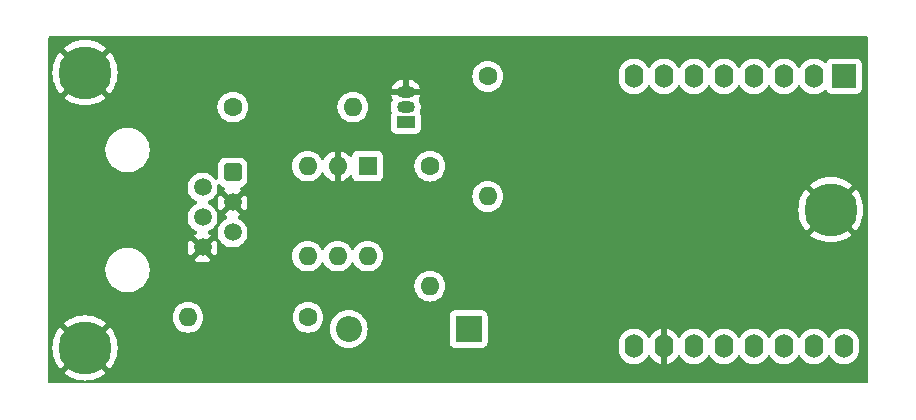
<source format=gtl>
G04 #@! TF.GenerationSoftware,KiCad,Pcbnew,8.0.2*
G04 #@! TF.CreationDate,2024-05-12T16:34:23+02:00*
G04 #@! TF.ProjectId,P1-lezer,50312d6c-657a-4657-922e-6b696361645f,rev?*
G04 #@! TF.SameCoordinates,Original*
G04 #@! TF.FileFunction,Copper,L1,Top*
G04 #@! TF.FilePolarity,Positive*
%FSLAX46Y46*%
G04 Gerber Fmt 4.6, Leading zero omitted, Abs format (unit mm)*
G04 Created by KiCad (PCBNEW 8.0.2) date 2024-05-12 16:34:23*
%MOMM*%
%LPD*%
G01*
G04 APERTURE LIST*
G04 Aperture macros list*
%AMRoundRect*
0 Rectangle with rounded corners*
0 $1 Rounding radius*
0 $2 $3 $4 $5 $6 $7 $8 $9 X,Y pos of 4 corners*
0 Add a 4 corners polygon primitive as box body*
4,1,4,$2,$3,$4,$5,$6,$7,$8,$9,$2,$3,0*
0 Add four circle primitives for the rounded corners*
1,1,$1+$1,$2,$3*
1,1,$1+$1,$4,$5*
1,1,$1+$1,$6,$7*
1,1,$1+$1,$8,$9*
0 Add four rect primitives between the rounded corners*
20,1,$1+$1,$2,$3,$4,$5,0*
20,1,$1+$1,$4,$5,$6,$7,0*
20,1,$1+$1,$6,$7,$8,$9,0*
20,1,$1+$1,$8,$9,$2,$3,0*%
G04 Aperture macros list end*
G04 #@! TA.AperFunction,ComponentPad*
%ADD10C,1.600000*%
G04 #@! TD*
G04 #@! TA.AperFunction,ComponentPad*
%ADD11O,1.600000X1.600000*%
G04 #@! TD*
G04 #@! TA.AperFunction,ComponentPad*
%ADD12C,3.100000*%
G04 #@! TD*
G04 #@! TA.AperFunction,ConnectorPad*
%ADD13C,4.500000*%
G04 #@! TD*
G04 #@! TA.AperFunction,ComponentPad*
%ADD14R,1.500000X1.050000*%
G04 #@! TD*
G04 #@! TA.AperFunction,ComponentPad*
%ADD15O,1.500000X1.050000*%
G04 #@! TD*
G04 #@! TA.AperFunction,ComponentPad*
%ADD16R,2.000000X2.000000*%
G04 #@! TD*
G04 #@! TA.AperFunction,ComponentPad*
%ADD17O,1.600000X2.000000*%
G04 #@! TD*
G04 #@! TA.AperFunction,ComponentPad*
%ADD18RoundRect,0.250000X-0.510000X0.510000X-0.510000X-0.510000X0.510000X-0.510000X0.510000X0.510000X0*%
G04 #@! TD*
G04 #@! TA.AperFunction,ComponentPad*
%ADD19C,1.520000*%
G04 #@! TD*
G04 #@! TA.AperFunction,ComponentPad*
%ADD20R,1.600000X1.600000*%
G04 #@! TD*
G04 #@! TA.AperFunction,ComponentPad*
%ADD21O,2.200000X2.200000*%
G04 #@! TD*
G04 #@! TA.AperFunction,ComponentPad*
%ADD22R,2.200000X2.200000*%
G04 #@! TD*
G04 APERTURE END LIST*
D10*
X103100000Y-70700000D03*
D11*
X103100000Y-80860000D03*
D12*
X69000000Y-93700000D03*
D13*
X69000000Y-93700000D03*
D10*
X98200000Y-78300000D03*
D11*
X98200000Y-88460000D03*
D14*
X96160000Y-74570000D03*
D15*
X96160000Y-73300000D03*
X96160000Y-72030000D03*
D16*
X133260000Y-70700000D03*
D17*
X130720000Y-70700000D03*
X128180000Y-70700000D03*
X125640000Y-70700000D03*
X123100000Y-70700000D03*
X120560000Y-70700000D03*
X118020000Y-70700000D03*
X115480000Y-70700000D03*
X115480000Y-93560000D03*
X118020000Y-93560000D03*
X120560000Y-93560000D03*
X123100000Y-93560000D03*
X125640000Y-93560000D03*
X128180000Y-93560000D03*
X130720000Y-93560000D03*
X133260000Y-93560000D03*
D10*
X87880000Y-91100000D03*
D11*
X77720000Y-91100000D03*
D18*
X81490000Y-78840000D03*
D19*
X78950000Y-80110000D03*
X81490000Y-81380000D03*
X78950000Y-82650000D03*
X81490000Y-83920000D03*
X78950000Y-85190000D03*
D10*
X81520000Y-73300000D03*
D11*
X91680000Y-73300000D03*
D20*
X92925000Y-78300000D03*
D11*
X90385000Y-78300000D03*
X87845000Y-78300000D03*
X87845000Y-85920000D03*
X90385000Y-85920000D03*
X92925000Y-85920000D03*
D21*
X91320000Y-92100000D03*
D22*
X101480000Y-92100000D03*
D12*
X132150000Y-82000000D03*
D13*
X132150000Y-82000000D03*
D12*
X69000000Y-70400000D03*
D13*
X69000000Y-70400000D03*
G04 #@! TA.AperFunction,Conductor*
G36*
X135242539Y-67320185D02*
G01*
X135288294Y-67372989D01*
X135299500Y-67424500D01*
X135299500Y-96575500D01*
X135279815Y-96642539D01*
X135227011Y-96688294D01*
X135175500Y-96699500D01*
X69062041Y-96699500D01*
X68995123Y-96679850D01*
X68965647Y-96696369D01*
X68937959Y-96699500D01*
X66024500Y-96699500D01*
X65957461Y-96679815D01*
X65911706Y-96627011D01*
X65900500Y-96575500D01*
X65900500Y-93700000D01*
X66244974Y-93700000D01*
X66265060Y-94032076D01*
X66325032Y-94359329D01*
X66423999Y-94676928D01*
X66424005Y-94676943D01*
X66560543Y-94980319D01*
X66560545Y-94980321D01*
X66732657Y-95265031D01*
X66732662Y-95265039D01*
X66885862Y-95460583D01*
X67287766Y-95058679D01*
X67349089Y-95025194D01*
X67418780Y-95030178D01*
X67466071Y-95061724D01*
X67597155Y-95202081D01*
X67597155Y-95202082D01*
X67630802Y-95229456D01*
X67670382Y-95287033D01*
X67672550Y-95356869D01*
X67640227Y-95413324D01*
X67239415Y-95814136D01*
X67239415Y-95814137D01*
X67434960Y-95967337D01*
X67434968Y-95967342D01*
X67719678Y-96139454D01*
X67719680Y-96139456D01*
X68023056Y-96275994D01*
X68023071Y-96276000D01*
X68340670Y-96374967D01*
X68667923Y-96434939D01*
X68945446Y-96451726D01*
X69002541Y-96472309D01*
X69027106Y-96456523D01*
X69054554Y-96451726D01*
X69332076Y-96434939D01*
X69659329Y-96374967D01*
X69976928Y-96276000D01*
X69976943Y-96275994D01*
X70280319Y-96139456D01*
X70280321Y-96139454D01*
X70565030Y-95967343D01*
X70760583Y-95814137D01*
X70760583Y-95814136D01*
X70359771Y-95413324D01*
X70326286Y-95352001D01*
X70331270Y-95282309D01*
X70369197Y-95229455D01*
X70402845Y-95202081D01*
X70533930Y-95061721D01*
X70594071Y-95026165D01*
X70663892Y-95028766D01*
X70712232Y-95058679D01*
X71114136Y-95460583D01*
X71114137Y-95460583D01*
X71267343Y-95265030D01*
X71439454Y-94980321D01*
X71439456Y-94980319D01*
X71575994Y-94676943D01*
X71576000Y-94676928D01*
X71674967Y-94359329D01*
X71734939Y-94032076D01*
X71755025Y-93700000D01*
X71734939Y-93367923D01*
X71674967Y-93040670D01*
X71576000Y-92723071D01*
X71575994Y-92723056D01*
X71439456Y-92419680D01*
X71439454Y-92419678D01*
X71267342Y-92134968D01*
X71267337Y-92134960D01*
X71114136Y-91939415D01*
X70712232Y-92341319D01*
X70650909Y-92374804D01*
X70581217Y-92369820D01*
X70533927Y-92338274D01*
X70402844Y-92197918D01*
X70402843Y-92197917D01*
X70369196Y-92170542D01*
X70329616Y-92112964D01*
X70327448Y-92043128D01*
X70359771Y-91986674D01*
X70760583Y-91585862D01*
X70760583Y-91585861D01*
X70565039Y-91432662D01*
X70565031Y-91432657D01*
X70280321Y-91260545D01*
X70280319Y-91260543D01*
X69976943Y-91124005D01*
X69976928Y-91123999D01*
X69899905Y-91099998D01*
X76414532Y-91099998D01*
X76414532Y-91100001D01*
X76434364Y-91326686D01*
X76434366Y-91326697D01*
X76493258Y-91546488D01*
X76493261Y-91546497D01*
X76589431Y-91752732D01*
X76589432Y-91752734D01*
X76719954Y-91939141D01*
X76880858Y-92100045D01*
X76906058Y-92117690D01*
X77067266Y-92230568D01*
X77273504Y-92326739D01*
X77493308Y-92385635D01*
X77655230Y-92399801D01*
X77719998Y-92405468D01*
X77720000Y-92405468D01*
X77720002Y-92405468D01*
X77776673Y-92400509D01*
X77946692Y-92385635D01*
X78166496Y-92326739D01*
X78372734Y-92230568D01*
X78559139Y-92100047D01*
X78720047Y-91939139D01*
X78850568Y-91752734D01*
X78946739Y-91546496D01*
X79005635Y-91326692D01*
X79025468Y-91100000D01*
X79025468Y-91099998D01*
X86574532Y-91099998D01*
X86574532Y-91100001D01*
X86594364Y-91326686D01*
X86594366Y-91326697D01*
X86653258Y-91546488D01*
X86653261Y-91546497D01*
X86749431Y-91752732D01*
X86749432Y-91752734D01*
X86879954Y-91939141D01*
X87040858Y-92100045D01*
X87066058Y-92117690D01*
X87227266Y-92230568D01*
X87433504Y-92326739D01*
X87653308Y-92385635D01*
X87815230Y-92399801D01*
X87879998Y-92405468D01*
X87880000Y-92405468D01*
X87880002Y-92405468D01*
X87936673Y-92400509D01*
X88106692Y-92385635D01*
X88326496Y-92326739D01*
X88532734Y-92230568D01*
X88719139Y-92100047D01*
X88719186Y-92100000D01*
X89714551Y-92100000D01*
X89734317Y-92351151D01*
X89793126Y-92596110D01*
X89889533Y-92828859D01*
X90021160Y-93043653D01*
X90021161Y-93043656D01*
X90039460Y-93065081D01*
X90184776Y-93235224D01*
X90333066Y-93361875D01*
X90376343Y-93398838D01*
X90376346Y-93398839D01*
X90591140Y-93530466D01*
X90821361Y-93625826D01*
X90823889Y-93626873D01*
X91068852Y-93685683D01*
X91320000Y-93705449D01*
X91571148Y-93685683D01*
X91816111Y-93626873D01*
X92048859Y-93530466D01*
X92263659Y-93398836D01*
X92455224Y-93235224D01*
X92618836Y-93043659D01*
X92750466Y-92828859D01*
X92846873Y-92596111D01*
X92905683Y-92351148D01*
X92925449Y-92100000D01*
X92905683Y-91848852D01*
X92846873Y-91603889D01*
X92750466Y-91371141D01*
X92750466Y-91371140D01*
X92618839Y-91156346D01*
X92618838Y-91156343D01*
X92570716Y-91100000D01*
X92455224Y-90964776D01*
X92440423Y-90952135D01*
X99879500Y-90952135D01*
X99879500Y-93247870D01*
X99879501Y-93247876D01*
X99885908Y-93307483D01*
X99936202Y-93442328D01*
X99936206Y-93442335D01*
X100022452Y-93557544D01*
X100022455Y-93557547D01*
X100137664Y-93643793D01*
X100137671Y-93643797D01*
X100272517Y-93694091D01*
X100272516Y-93694091D01*
X100279444Y-93694835D01*
X100332127Y-93700500D01*
X102627872Y-93700499D01*
X102687483Y-93694091D01*
X102822331Y-93643796D01*
X102937546Y-93557546D01*
X103023796Y-93442331D01*
X103074091Y-93307483D01*
X103079449Y-93257648D01*
X114179500Y-93257648D01*
X114179500Y-93862351D01*
X114211522Y-94064534D01*
X114274781Y-94259223D01*
X114367715Y-94441613D01*
X114488028Y-94607213D01*
X114632786Y-94751971D01*
X114787749Y-94864556D01*
X114798390Y-94872287D01*
X114914607Y-94931503D01*
X114980776Y-94965218D01*
X114980778Y-94965218D01*
X114980781Y-94965220D01*
X115078802Y-94997069D01*
X115175465Y-95028477D01*
X115276557Y-95044488D01*
X115377648Y-95060500D01*
X115377649Y-95060500D01*
X115582351Y-95060500D01*
X115582352Y-95060500D01*
X115784534Y-95028477D01*
X115979219Y-94965220D01*
X116161610Y-94872287D01*
X116254590Y-94804732D01*
X116327213Y-94751971D01*
X116327215Y-94751968D01*
X116327219Y-94751966D01*
X116471966Y-94607219D01*
X116471968Y-94607215D01*
X116471971Y-94607213D01*
X116592284Y-94441614D01*
X116592286Y-94441611D01*
X116592287Y-94441610D01*
X116639795Y-94348369D01*
X116687770Y-94297574D01*
X116755591Y-94280779D01*
X116821725Y-94303316D01*
X116860765Y-94348370D01*
X116908140Y-94441349D01*
X117028417Y-94606894D01*
X117028417Y-94606895D01*
X117173104Y-94751582D01*
X117338650Y-94871859D01*
X117520968Y-94964754D01*
X117715578Y-95027988D01*
X117770000Y-95036607D01*
X117770000Y-93993012D01*
X117827007Y-94025925D01*
X117954174Y-94060000D01*
X118085826Y-94060000D01*
X118212993Y-94025925D01*
X118270000Y-93993012D01*
X118270000Y-95036606D01*
X118324421Y-95027988D01*
X118519031Y-94964754D01*
X118701349Y-94871859D01*
X118866894Y-94751582D01*
X118866895Y-94751582D01*
X119011582Y-94606895D01*
X119011582Y-94606894D01*
X119131861Y-94441347D01*
X119179234Y-94348371D01*
X119227208Y-94297575D01*
X119295028Y-94280779D01*
X119361164Y-94303316D01*
X119400203Y-94348369D01*
X119447713Y-94441611D01*
X119568028Y-94607213D01*
X119712786Y-94751971D01*
X119867749Y-94864556D01*
X119878390Y-94872287D01*
X119994607Y-94931503D01*
X120060776Y-94965218D01*
X120060778Y-94965218D01*
X120060781Y-94965220D01*
X120158802Y-94997069D01*
X120255465Y-95028477D01*
X120356557Y-95044488D01*
X120457648Y-95060500D01*
X120457649Y-95060500D01*
X120662351Y-95060500D01*
X120662352Y-95060500D01*
X120864534Y-95028477D01*
X121059219Y-94965220D01*
X121241610Y-94872287D01*
X121334590Y-94804732D01*
X121407213Y-94751971D01*
X121407215Y-94751968D01*
X121407219Y-94751966D01*
X121551966Y-94607219D01*
X121551968Y-94607215D01*
X121551971Y-94607213D01*
X121672284Y-94441614D01*
X121672286Y-94441611D01*
X121672287Y-94441610D01*
X121719516Y-94348917D01*
X121767489Y-94298123D01*
X121835310Y-94281328D01*
X121901445Y-94303865D01*
X121940485Y-94348919D01*
X121987715Y-94441614D01*
X122108028Y-94607213D01*
X122252786Y-94751971D01*
X122407749Y-94864556D01*
X122418390Y-94872287D01*
X122534607Y-94931503D01*
X122600776Y-94965218D01*
X122600778Y-94965218D01*
X122600781Y-94965220D01*
X122698802Y-94997069D01*
X122795465Y-95028477D01*
X122896557Y-95044488D01*
X122997648Y-95060500D01*
X122997649Y-95060500D01*
X123202351Y-95060500D01*
X123202352Y-95060500D01*
X123404534Y-95028477D01*
X123599219Y-94965220D01*
X123781610Y-94872287D01*
X123874590Y-94804732D01*
X123947213Y-94751971D01*
X123947215Y-94751968D01*
X123947219Y-94751966D01*
X124091966Y-94607219D01*
X124091968Y-94607215D01*
X124091971Y-94607213D01*
X124212284Y-94441614D01*
X124212286Y-94441611D01*
X124212287Y-94441610D01*
X124259516Y-94348917D01*
X124307489Y-94298123D01*
X124375310Y-94281328D01*
X124441445Y-94303865D01*
X124480485Y-94348919D01*
X124527715Y-94441614D01*
X124648028Y-94607213D01*
X124792786Y-94751971D01*
X124947749Y-94864556D01*
X124958390Y-94872287D01*
X125074607Y-94931503D01*
X125140776Y-94965218D01*
X125140778Y-94965218D01*
X125140781Y-94965220D01*
X125238802Y-94997069D01*
X125335465Y-95028477D01*
X125436557Y-95044488D01*
X125537648Y-95060500D01*
X125537649Y-95060500D01*
X125742351Y-95060500D01*
X125742352Y-95060500D01*
X125944534Y-95028477D01*
X126139219Y-94965220D01*
X126321610Y-94872287D01*
X126414590Y-94804732D01*
X126487213Y-94751971D01*
X126487215Y-94751968D01*
X126487219Y-94751966D01*
X126631966Y-94607219D01*
X126631968Y-94607215D01*
X126631971Y-94607213D01*
X126752284Y-94441614D01*
X126752286Y-94441611D01*
X126752287Y-94441610D01*
X126799516Y-94348917D01*
X126847489Y-94298123D01*
X126915310Y-94281328D01*
X126981445Y-94303865D01*
X127020485Y-94348919D01*
X127067715Y-94441614D01*
X127188028Y-94607213D01*
X127332786Y-94751971D01*
X127487749Y-94864556D01*
X127498390Y-94872287D01*
X127614607Y-94931503D01*
X127680776Y-94965218D01*
X127680778Y-94965218D01*
X127680781Y-94965220D01*
X127778802Y-94997069D01*
X127875465Y-95028477D01*
X127976557Y-95044488D01*
X128077648Y-95060500D01*
X128077649Y-95060500D01*
X128282351Y-95060500D01*
X128282352Y-95060500D01*
X128484534Y-95028477D01*
X128679219Y-94965220D01*
X128861610Y-94872287D01*
X128954590Y-94804732D01*
X129027213Y-94751971D01*
X129027215Y-94751968D01*
X129027219Y-94751966D01*
X129171966Y-94607219D01*
X129171968Y-94607215D01*
X129171971Y-94607213D01*
X129292284Y-94441614D01*
X129292286Y-94441611D01*
X129292287Y-94441610D01*
X129339516Y-94348917D01*
X129387489Y-94298123D01*
X129455310Y-94281328D01*
X129521445Y-94303865D01*
X129560485Y-94348919D01*
X129607715Y-94441614D01*
X129728028Y-94607213D01*
X129872786Y-94751971D01*
X130027749Y-94864556D01*
X130038390Y-94872287D01*
X130154607Y-94931503D01*
X130220776Y-94965218D01*
X130220778Y-94965218D01*
X130220781Y-94965220D01*
X130318802Y-94997069D01*
X130415465Y-95028477D01*
X130516557Y-95044488D01*
X130617648Y-95060500D01*
X130617649Y-95060500D01*
X130822351Y-95060500D01*
X130822352Y-95060500D01*
X131024534Y-95028477D01*
X131219219Y-94965220D01*
X131401610Y-94872287D01*
X131494590Y-94804732D01*
X131567213Y-94751971D01*
X131567215Y-94751968D01*
X131567219Y-94751966D01*
X131711966Y-94607219D01*
X131711968Y-94607215D01*
X131711971Y-94607213D01*
X131832284Y-94441614D01*
X131832286Y-94441611D01*
X131832287Y-94441610D01*
X131879516Y-94348917D01*
X131927489Y-94298123D01*
X131995310Y-94281328D01*
X132061445Y-94303865D01*
X132100485Y-94348919D01*
X132147715Y-94441614D01*
X132268028Y-94607213D01*
X132412786Y-94751971D01*
X132567749Y-94864556D01*
X132578390Y-94872287D01*
X132694607Y-94931503D01*
X132760776Y-94965218D01*
X132760778Y-94965218D01*
X132760781Y-94965220D01*
X132858802Y-94997069D01*
X132955465Y-95028477D01*
X133056557Y-95044488D01*
X133157648Y-95060500D01*
X133157649Y-95060500D01*
X133362351Y-95060500D01*
X133362352Y-95060500D01*
X133564534Y-95028477D01*
X133759219Y-94965220D01*
X133941610Y-94872287D01*
X134034590Y-94804732D01*
X134107213Y-94751971D01*
X134107215Y-94751968D01*
X134107219Y-94751966D01*
X134251966Y-94607219D01*
X134251968Y-94607215D01*
X134251971Y-94607213D01*
X134316184Y-94518830D01*
X134372287Y-94441610D01*
X134465220Y-94259219D01*
X134528477Y-94064534D01*
X134560500Y-93862352D01*
X134560500Y-93257648D01*
X134545018Y-93159901D01*
X134528477Y-93055465D01*
X134499127Y-92965137D01*
X134465220Y-92860781D01*
X134465218Y-92860778D01*
X134465218Y-92860776D01*
X134372419Y-92678650D01*
X134372287Y-92678390D01*
X134338659Y-92632104D01*
X134251971Y-92512786D01*
X134107213Y-92368028D01*
X133941613Y-92247715D01*
X133941612Y-92247714D01*
X133941610Y-92247713D01*
X133884653Y-92218691D01*
X133759223Y-92154781D01*
X133564534Y-92091522D01*
X133389995Y-92063878D01*
X133362352Y-92059500D01*
X133157648Y-92059500D01*
X133133329Y-92063351D01*
X132955465Y-92091522D01*
X132760776Y-92154781D01*
X132578386Y-92247715D01*
X132412786Y-92368028D01*
X132268028Y-92512786D01*
X132147715Y-92678386D01*
X132100485Y-92771080D01*
X132052510Y-92821876D01*
X131984689Y-92838671D01*
X131918554Y-92816134D01*
X131879515Y-92771080D01*
X131832419Y-92678650D01*
X131832287Y-92678390D01*
X131798659Y-92632104D01*
X131711971Y-92512786D01*
X131567213Y-92368028D01*
X131401613Y-92247715D01*
X131401612Y-92247714D01*
X131401610Y-92247713D01*
X131344653Y-92218691D01*
X131219223Y-92154781D01*
X131024534Y-92091522D01*
X130849995Y-92063878D01*
X130822352Y-92059500D01*
X130617648Y-92059500D01*
X130593329Y-92063351D01*
X130415465Y-92091522D01*
X130220776Y-92154781D01*
X130038386Y-92247715D01*
X129872786Y-92368028D01*
X129728028Y-92512786D01*
X129607715Y-92678386D01*
X129560485Y-92771080D01*
X129512510Y-92821876D01*
X129444689Y-92838671D01*
X129378554Y-92816134D01*
X129339515Y-92771080D01*
X129292419Y-92678650D01*
X129292287Y-92678390D01*
X129258659Y-92632104D01*
X129171971Y-92512786D01*
X129027213Y-92368028D01*
X128861613Y-92247715D01*
X128861612Y-92247714D01*
X128861610Y-92247713D01*
X128804653Y-92218691D01*
X128679223Y-92154781D01*
X128484534Y-92091522D01*
X128309995Y-92063878D01*
X128282352Y-92059500D01*
X128077648Y-92059500D01*
X128053329Y-92063351D01*
X127875465Y-92091522D01*
X127680776Y-92154781D01*
X127498386Y-92247715D01*
X127332786Y-92368028D01*
X127188028Y-92512786D01*
X127067715Y-92678386D01*
X127020485Y-92771080D01*
X126972510Y-92821876D01*
X126904689Y-92838671D01*
X126838554Y-92816134D01*
X126799515Y-92771080D01*
X126752419Y-92678650D01*
X126752287Y-92678390D01*
X126718659Y-92632104D01*
X126631971Y-92512786D01*
X126487213Y-92368028D01*
X126321613Y-92247715D01*
X126321612Y-92247714D01*
X126321610Y-92247713D01*
X126264653Y-92218691D01*
X126139223Y-92154781D01*
X125944534Y-92091522D01*
X125769995Y-92063878D01*
X125742352Y-92059500D01*
X125537648Y-92059500D01*
X125513329Y-92063351D01*
X125335465Y-92091522D01*
X125140776Y-92154781D01*
X124958386Y-92247715D01*
X124792786Y-92368028D01*
X124648028Y-92512786D01*
X124527715Y-92678386D01*
X124480485Y-92771080D01*
X124432510Y-92821876D01*
X124364689Y-92838671D01*
X124298554Y-92816134D01*
X124259515Y-92771080D01*
X124212419Y-92678650D01*
X124212287Y-92678390D01*
X124178659Y-92632104D01*
X124091971Y-92512786D01*
X123947213Y-92368028D01*
X123781613Y-92247715D01*
X123781612Y-92247714D01*
X123781610Y-92247713D01*
X123724653Y-92218691D01*
X123599223Y-92154781D01*
X123404534Y-92091522D01*
X123229995Y-92063878D01*
X123202352Y-92059500D01*
X122997648Y-92059500D01*
X122973329Y-92063351D01*
X122795465Y-92091522D01*
X122600776Y-92154781D01*
X122418386Y-92247715D01*
X122252786Y-92368028D01*
X122108028Y-92512786D01*
X121987715Y-92678386D01*
X121940485Y-92771080D01*
X121892510Y-92821876D01*
X121824689Y-92838671D01*
X121758554Y-92816134D01*
X121719515Y-92771080D01*
X121672419Y-92678650D01*
X121672287Y-92678390D01*
X121638659Y-92632104D01*
X121551971Y-92512786D01*
X121407213Y-92368028D01*
X121241613Y-92247715D01*
X121241612Y-92247714D01*
X121241610Y-92247713D01*
X121184653Y-92218691D01*
X121059223Y-92154781D01*
X120864534Y-92091522D01*
X120689995Y-92063878D01*
X120662352Y-92059500D01*
X120457648Y-92059500D01*
X120433329Y-92063351D01*
X120255465Y-92091522D01*
X120060776Y-92154781D01*
X119878386Y-92247715D01*
X119712786Y-92368028D01*
X119568028Y-92512786D01*
X119447713Y-92678388D01*
X119400203Y-92771630D01*
X119352228Y-92822426D01*
X119284407Y-92839220D01*
X119218272Y-92816682D01*
X119179234Y-92771628D01*
X119131861Y-92678652D01*
X119011582Y-92513105D01*
X119011582Y-92513104D01*
X118866895Y-92368417D01*
X118701349Y-92248140D01*
X118519029Y-92155244D01*
X118324413Y-92092009D01*
X118270000Y-92083390D01*
X118270000Y-93126988D01*
X118212993Y-93094075D01*
X118085826Y-93060000D01*
X117954174Y-93060000D01*
X117827007Y-93094075D01*
X117770000Y-93126988D01*
X117770000Y-92083390D01*
X117715586Y-92092009D01*
X117520970Y-92155244D01*
X117338650Y-92248140D01*
X117173105Y-92368417D01*
X117173104Y-92368417D01*
X117028417Y-92513104D01*
X117028417Y-92513105D01*
X116908140Y-92678650D01*
X116860765Y-92771629D01*
X116812790Y-92822425D01*
X116744969Y-92839220D01*
X116678834Y-92816682D01*
X116639795Y-92771629D01*
X116592419Y-92678650D01*
X116592287Y-92678390D01*
X116558659Y-92632104D01*
X116471971Y-92512786D01*
X116327213Y-92368028D01*
X116161613Y-92247715D01*
X116161612Y-92247714D01*
X116161610Y-92247713D01*
X116104653Y-92218691D01*
X115979223Y-92154781D01*
X115784534Y-92091522D01*
X115609995Y-92063878D01*
X115582352Y-92059500D01*
X115377648Y-92059500D01*
X115353329Y-92063351D01*
X115175465Y-92091522D01*
X114980776Y-92154781D01*
X114798386Y-92247715D01*
X114632786Y-92368028D01*
X114488028Y-92512786D01*
X114367715Y-92678386D01*
X114274781Y-92860776D01*
X114211522Y-93055465D01*
X114179500Y-93257648D01*
X103079449Y-93257648D01*
X103080500Y-93247873D01*
X103080499Y-90952128D01*
X103074091Y-90892517D01*
X103066928Y-90873313D01*
X103023797Y-90757671D01*
X103023793Y-90757664D01*
X102937547Y-90642455D01*
X102937544Y-90642452D01*
X102822335Y-90556206D01*
X102822328Y-90556202D01*
X102687482Y-90505908D01*
X102687483Y-90505908D01*
X102627883Y-90499501D01*
X102627881Y-90499500D01*
X102627873Y-90499500D01*
X102627864Y-90499500D01*
X100332129Y-90499500D01*
X100332123Y-90499501D01*
X100272516Y-90505908D01*
X100137671Y-90556202D01*
X100137664Y-90556206D01*
X100022455Y-90642452D01*
X100022452Y-90642455D01*
X99936206Y-90757664D01*
X99936202Y-90757671D01*
X99885908Y-90892517D01*
X99880269Y-90944974D01*
X99879501Y-90952123D01*
X99879500Y-90952135D01*
X92440423Y-90952135D01*
X92328571Y-90856604D01*
X92263656Y-90801161D01*
X92263653Y-90801160D01*
X92048859Y-90669533D01*
X91816110Y-90573126D01*
X91571151Y-90514317D01*
X91320000Y-90494551D01*
X91068848Y-90514317D01*
X90823889Y-90573126D01*
X90591140Y-90669533D01*
X90376346Y-90801160D01*
X90376343Y-90801161D01*
X90184776Y-90964776D01*
X90021161Y-91156343D01*
X90021160Y-91156346D01*
X89889533Y-91371140D01*
X89793126Y-91603889D01*
X89734317Y-91848848D01*
X89714551Y-92100000D01*
X88719186Y-92100000D01*
X88880047Y-91939139D01*
X89010568Y-91752734D01*
X89106739Y-91546496D01*
X89165635Y-91326692D01*
X89185468Y-91100000D01*
X89165635Y-90873308D01*
X89106739Y-90653504D01*
X89010568Y-90447266D01*
X88880047Y-90260861D01*
X88880045Y-90260858D01*
X88719141Y-90099954D01*
X88532734Y-89969432D01*
X88532732Y-89969431D01*
X88326497Y-89873261D01*
X88326488Y-89873258D01*
X88106697Y-89814366D01*
X88106693Y-89814365D01*
X88106692Y-89814365D01*
X88106691Y-89814364D01*
X88106686Y-89814364D01*
X87880002Y-89794532D01*
X87879998Y-89794532D01*
X87653313Y-89814364D01*
X87653302Y-89814366D01*
X87433511Y-89873258D01*
X87433502Y-89873261D01*
X87227267Y-89969431D01*
X87227265Y-89969432D01*
X87040858Y-90099954D01*
X86879954Y-90260858D01*
X86749432Y-90447265D01*
X86749431Y-90447267D01*
X86653261Y-90653502D01*
X86653258Y-90653511D01*
X86594366Y-90873302D01*
X86594364Y-90873313D01*
X86574532Y-91099998D01*
X79025468Y-91099998D01*
X79005635Y-90873308D01*
X78946739Y-90653504D01*
X78850568Y-90447266D01*
X78720047Y-90260861D01*
X78720045Y-90260858D01*
X78559141Y-90099954D01*
X78372734Y-89969432D01*
X78372732Y-89969431D01*
X78166497Y-89873261D01*
X78166488Y-89873258D01*
X77946697Y-89814366D01*
X77946693Y-89814365D01*
X77946692Y-89814365D01*
X77946691Y-89814364D01*
X77946686Y-89814364D01*
X77720002Y-89794532D01*
X77719998Y-89794532D01*
X77493313Y-89814364D01*
X77493302Y-89814366D01*
X77273511Y-89873258D01*
X77273502Y-89873261D01*
X77067267Y-89969431D01*
X77067265Y-89969432D01*
X76880858Y-90099954D01*
X76719954Y-90260858D01*
X76589432Y-90447265D01*
X76589431Y-90447267D01*
X76493261Y-90653502D01*
X76493258Y-90653511D01*
X76434366Y-90873302D01*
X76434364Y-90873313D01*
X76414532Y-91099998D01*
X69899905Y-91099998D01*
X69659329Y-91025032D01*
X69332076Y-90965060D01*
X69000000Y-90944974D01*
X68667923Y-90965060D01*
X68340670Y-91025032D01*
X68023071Y-91123999D01*
X68023056Y-91124005D01*
X67719680Y-91260543D01*
X67719678Y-91260545D01*
X67434968Y-91432657D01*
X67239415Y-91585862D01*
X67640228Y-91986675D01*
X67673713Y-92047998D01*
X67668729Y-92117690D01*
X67630803Y-92170543D01*
X67597155Y-92197917D01*
X67597154Y-92197919D01*
X67466070Y-92338275D01*
X67405926Y-92373834D01*
X67336105Y-92371231D01*
X67287766Y-92341319D01*
X66885862Y-91939415D01*
X66732657Y-92134968D01*
X66560545Y-92419678D01*
X66560543Y-92419680D01*
X66424005Y-92723056D01*
X66423999Y-92723071D01*
X66325032Y-93040670D01*
X66265060Y-93367923D01*
X66244974Y-93700000D01*
X65900500Y-93700000D01*
X65900500Y-86977065D01*
X70724500Y-86977065D01*
X70724500Y-87222934D01*
X70738522Y-87329432D01*
X70756591Y-87466677D01*
X70797904Y-87620861D01*
X70820222Y-87704152D01*
X70820225Y-87704162D01*
X70862933Y-87807267D01*
X70914306Y-87931292D01*
X71037233Y-88144208D01*
X71037235Y-88144211D01*
X71037236Y-88144212D01*
X71186897Y-88339254D01*
X71186903Y-88339261D01*
X71360738Y-88513096D01*
X71360744Y-88513101D01*
X71555792Y-88662767D01*
X71768708Y-88785694D01*
X71995847Y-88879778D01*
X72233323Y-88943409D01*
X72477073Y-88975500D01*
X72477080Y-88975500D01*
X72722920Y-88975500D01*
X72722927Y-88975500D01*
X72966677Y-88943409D01*
X73204153Y-88879778D01*
X73431292Y-88785694D01*
X73644208Y-88662767D01*
X73839256Y-88513101D01*
X73892359Y-88459998D01*
X96894532Y-88459998D01*
X96894532Y-88460001D01*
X96914364Y-88686686D01*
X96914366Y-88686697D01*
X96973258Y-88906488D01*
X96973261Y-88906497D01*
X97069431Y-89112732D01*
X97069432Y-89112734D01*
X97199954Y-89299141D01*
X97360858Y-89460045D01*
X97360861Y-89460047D01*
X97547266Y-89590568D01*
X97753504Y-89686739D01*
X97973308Y-89745635D01*
X98135230Y-89759801D01*
X98199998Y-89765468D01*
X98200000Y-89765468D01*
X98200002Y-89765468D01*
X98256673Y-89760509D01*
X98426692Y-89745635D01*
X98646496Y-89686739D01*
X98852734Y-89590568D01*
X99039139Y-89460047D01*
X99200047Y-89299139D01*
X99330568Y-89112734D01*
X99426739Y-88906496D01*
X99485635Y-88686692D01*
X99505468Y-88460000D01*
X99485635Y-88233308D01*
X99426739Y-88013504D01*
X99330568Y-87807266D01*
X99200047Y-87620861D01*
X99200045Y-87620858D01*
X99039141Y-87459954D01*
X98852734Y-87329432D01*
X98852732Y-87329431D01*
X98646497Y-87233261D01*
X98646488Y-87233258D01*
X98426697Y-87174366D01*
X98426693Y-87174365D01*
X98426692Y-87174365D01*
X98426691Y-87174364D01*
X98426686Y-87174364D01*
X98200002Y-87154532D01*
X98199998Y-87154532D01*
X97973313Y-87174364D01*
X97973302Y-87174366D01*
X97753511Y-87233258D01*
X97753502Y-87233261D01*
X97547267Y-87329431D01*
X97547265Y-87329432D01*
X97360858Y-87459954D01*
X97199954Y-87620858D01*
X97069432Y-87807265D01*
X97069431Y-87807267D01*
X96973261Y-88013502D01*
X96973258Y-88013511D01*
X96914366Y-88233302D01*
X96914364Y-88233313D01*
X96894532Y-88459998D01*
X73892359Y-88459998D01*
X74013101Y-88339256D01*
X74162767Y-88144208D01*
X74285694Y-87931292D01*
X74379778Y-87704153D01*
X74443409Y-87466677D01*
X74475500Y-87222927D01*
X74475500Y-86977073D01*
X74443409Y-86733323D01*
X74379778Y-86495847D01*
X74366316Y-86463348D01*
X74331185Y-86378533D01*
X74285694Y-86268708D01*
X74162767Y-86055792D01*
X74013101Y-85860744D01*
X74013096Y-85860738D01*
X73839261Y-85686903D01*
X73839254Y-85686897D01*
X73644212Y-85537236D01*
X73644211Y-85537235D01*
X73644208Y-85537233D01*
X73470260Y-85436804D01*
X73431294Y-85414307D01*
X73431285Y-85414303D01*
X73204162Y-85320225D01*
X73204155Y-85320223D01*
X73204153Y-85320222D01*
X72966677Y-85256591D01*
X72925939Y-85251227D01*
X72722934Y-85224500D01*
X72722927Y-85224500D01*
X72477073Y-85224500D01*
X72477065Y-85224500D01*
X72245059Y-85255045D01*
X72233323Y-85256591D01*
X71995847Y-85320222D01*
X71995837Y-85320225D01*
X71768714Y-85414303D01*
X71768705Y-85414307D01*
X71555787Y-85537236D01*
X71360745Y-85686897D01*
X71360738Y-85686903D01*
X71186903Y-85860738D01*
X71186897Y-85860745D01*
X71037236Y-86055787D01*
X70914307Y-86268705D01*
X70914303Y-86268714D01*
X70820225Y-86495837D01*
X70820222Y-86495847D01*
X70756592Y-86733320D01*
X70756590Y-86733331D01*
X70724500Y-86977065D01*
X65900500Y-86977065D01*
X65900500Y-80109998D01*
X77684685Y-80109998D01*
X77684685Y-80110001D01*
X77703907Y-80329714D01*
X77703909Y-80329724D01*
X77760990Y-80542755D01*
X77760995Y-80542769D01*
X77854203Y-80742654D01*
X77854207Y-80742662D01*
X77980712Y-80923330D01*
X78136669Y-81079287D01*
X78317337Y-81205792D01*
X78317339Y-81205793D01*
X78317342Y-81205795D01*
X78376381Y-81233325D01*
X78449923Y-81267618D01*
X78502362Y-81313790D01*
X78521514Y-81380984D01*
X78501298Y-81447865D01*
X78449923Y-81492382D01*
X78317344Y-81554204D01*
X78317342Y-81554205D01*
X78136668Y-81680713D01*
X77980713Y-81836668D01*
X77854205Y-82017342D01*
X77854204Y-82017344D01*
X77760994Y-82217235D01*
X77760990Y-82217244D01*
X77703909Y-82430275D01*
X77703907Y-82430285D01*
X77684685Y-82649998D01*
X77684685Y-82650001D01*
X77703907Y-82869714D01*
X77703909Y-82869724D01*
X77760990Y-83082755D01*
X77760995Y-83082769D01*
X77854203Y-83282654D01*
X77854207Y-83282662D01*
X77980712Y-83463330D01*
X78136669Y-83619287D01*
X78317337Y-83745792D01*
X78317339Y-83745793D01*
X78317342Y-83745795D01*
X78407360Y-83787771D01*
X78450514Y-83807894D01*
X78502953Y-83854066D01*
X78522105Y-83921260D01*
X78501889Y-83988141D01*
X78450514Y-84032658D01*
X78317594Y-84094640D01*
X78253248Y-84139694D01*
X78923554Y-84810000D01*
X78899972Y-84810000D01*
X78803325Y-84835896D01*
X78716675Y-84885924D01*
X78645924Y-84956675D01*
X78595896Y-85043325D01*
X78570000Y-85139972D01*
X78570000Y-85163554D01*
X77899694Y-84493248D01*
X77854640Y-84557594D01*
X77761466Y-84757404D01*
X77704402Y-84970366D01*
X77704401Y-84970373D01*
X77685187Y-85189998D01*
X77685187Y-85190001D01*
X77704401Y-85409626D01*
X77704402Y-85409634D01*
X77761463Y-85622587D01*
X77761466Y-85622593D01*
X77854638Y-85822402D01*
X77899694Y-85886750D01*
X78570000Y-85216445D01*
X78570000Y-85240028D01*
X78595896Y-85336675D01*
X78645924Y-85423325D01*
X78716675Y-85494076D01*
X78803325Y-85544104D01*
X78899972Y-85570000D01*
X78923553Y-85570000D01*
X78253247Y-86240304D01*
X78317593Y-86285359D01*
X78517406Y-86378533D01*
X78517412Y-86378536D01*
X78730365Y-86435597D01*
X78730373Y-86435598D01*
X78949998Y-86454813D01*
X78950002Y-86454813D01*
X79169626Y-86435598D01*
X79169634Y-86435597D01*
X79382587Y-86378536D01*
X79382598Y-86378532D01*
X79582402Y-86285362D01*
X79582410Y-86285358D01*
X79646751Y-86240305D01*
X79646751Y-86240304D01*
X79326445Y-85919998D01*
X86539532Y-85919998D01*
X86539532Y-85920001D01*
X86559364Y-86146686D01*
X86559366Y-86146697D01*
X86618258Y-86366488D01*
X86618261Y-86366497D01*
X86714431Y-86572732D01*
X86714432Y-86572734D01*
X86844954Y-86759141D01*
X87005858Y-86920045D01*
X87005861Y-86920047D01*
X87192266Y-87050568D01*
X87398504Y-87146739D01*
X87618308Y-87205635D01*
X87780230Y-87219801D01*
X87844998Y-87225468D01*
X87845000Y-87225468D01*
X87845002Y-87225468D01*
X87901673Y-87220509D01*
X88071692Y-87205635D01*
X88291496Y-87146739D01*
X88497734Y-87050568D01*
X88684139Y-86920047D01*
X88845047Y-86759139D01*
X88975568Y-86572734D01*
X89002618Y-86514724D01*
X89048790Y-86462285D01*
X89115983Y-86443133D01*
X89182865Y-86463348D01*
X89227382Y-86514725D01*
X89254429Y-86572728D01*
X89254432Y-86572734D01*
X89384954Y-86759141D01*
X89545858Y-86920045D01*
X89545861Y-86920047D01*
X89732266Y-87050568D01*
X89938504Y-87146739D01*
X90158308Y-87205635D01*
X90320230Y-87219801D01*
X90384998Y-87225468D01*
X90385000Y-87225468D01*
X90385002Y-87225468D01*
X90441673Y-87220509D01*
X90611692Y-87205635D01*
X90831496Y-87146739D01*
X91037734Y-87050568D01*
X91224139Y-86920047D01*
X91385047Y-86759139D01*
X91515568Y-86572734D01*
X91542618Y-86514724D01*
X91588790Y-86462285D01*
X91655983Y-86443133D01*
X91722865Y-86463348D01*
X91767382Y-86514725D01*
X91794429Y-86572728D01*
X91794432Y-86572734D01*
X91924954Y-86759141D01*
X92085858Y-86920045D01*
X92085861Y-86920047D01*
X92272266Y-87050568D01*
X92478504Y-87146739D01*
X92698308Y-87205635D01*
X92860230Y-87219801D01*
X92924998Y-87225468D01*
X92925000Y-87225468D01*
X92925002Y-87225468D01*
X92981673Y-87220509D01*
X93151692Y-87205635D01*
X93371496Y-87146739D01*
X93577734Y-87050568D01*
X93764139Y-86920047D01*
X93925047Y-86759139D01*
X94055568Y-86572734D01*
X94151739Y-86366496D01*
X94210635Y-86146692D01*
X94230468Y-85920000D01*
X94210635Y-85693308D01*
X94151739Y-85473504D01*
X94055568Y-85267266D01*
X93925047Y-85080861D01*
X93925045Y-85080858D01*
X93764141Y-84919954D01*
X93577734Y-84789432D01*
X93577732Y-84789431D01*
X93371497Y-84693261D01*
X93371488Y-84693258D01*
X93151697Y-84634366D01*
X93151693Y-84634365D01*
X93151692Y-84634365D01*
X93151691Y-84634364D01*
X93151686Y-84634364D01*
X92925002Y-84614532D01*
X92924998Y-84614532D01*
X92698313Y-84634364D01*
X92698302Y-84634366D01*
X92478511Y-84693258D01*
X92478502Y-84693261D01*
X92272267Y-84789431D01*
X92272265Y-84789432D01*
X92085858Y-84919954D01*
X91924954Y-85080858D01*
X91794432Y-85267265D01*
X91794431Y-85267267D01*
X91767382Y-85325275D01*
X91721209Y-85377714D01*
X91654016Y-85396866D01*
X91587135Y-85376650D01*
X91542618Y-85325275D01*
X91515568Y-85267267D01*
X91515567Y-85267265D01*
X91508092Y-85256590D01*
X91385047Y-85080861D01*
X91385045Y-85080858D01*
X91224141Y-84919954D01*
X91037734Y-84789432D01*
X91037732Y-84789431D01*
X90831497Y-84693261D01*
X90831488Y-84693258D01*
X90611697Y-84634366D01*
X90611693Y-84634365D01*
X90611692Y-84634365D01*
X90611691Y-84634364D01*
X90611686Y-84634364D01*
X90385002Y-84614532D01*
X90384998Y-84614532D01*
X90158313Y-84634364D01*
X90158302Y-84634366D01*
X89938511Y-84693258D01*
X89938502Y-84693261D01*
X89732267Y-84789431D01*
X89732265Y-84789432D01*
X89545858Y-84919954D01*
X89384954Y-85080858D01*
X89254432Y-85267265D01*
X89254431Y-85267267D01*
X89227382Y-85325275D01*
X89181209Y-85377714D01*
X89114016Y-85396866D01*
X89047135Y-85376650D01*
X89002618Y-85325275D01*
X88975568Y-85267267D01*
X88975567Y-85267265D01*
X88968092Y-85256590D01*
X88845047Y-85080861D01*
X88845045Y-85080858D01*
X88684141Y-84919954D01*
X88497734Y-84789432D01*
X88497732Y-84789431D01*
X88291497Y-84693261D01*
X88291488Y-84693258D01*
X88071697Y-84634366D01*
X88071693Y-84634365D01*
X88071692Y-84634365D01*
X88071691Y-84634364D01*
X88071686Y-84634364D01*
X87845002Y-84614532D01*
X87844998Y-84614532D01*
X87618313Y-84634364D01*
X87618302Y-84634366D01*
X87398511Y-84693258D01*
X87398502Y-84693261D01*
X87192267Y-84789431D01*
X87192265Y-84789432D01*
X87005858Y-84919954D01*
X86844954Y-85080858D01*
X86714432Y-85267265D01*
X86714431Y-85267267D01*
X86618261Y-85473502D01*
X86618258Y-85473511D01*
X86559366Y-85693302D01*
X86559364Y-85693313D01*
X86539532Y-85919998D01*
X79326445Y-85919998D01*
X78976448Y-85570000D01*
X79000028Y-85570000D01*
X79096675Y-85544104D01*
X79183325Y-85494076D01*
X79254076Y-85423325D01*
X79304104Y-85336675D01*
X79330000Y-85240028D01*
X79330000Y-85216447D01*
X80000304Y-85886751D01*
X80000305Y-85886751D01*
X80045358Y-85822410D01*
X80045362Y-85822402D01*
X80138532Y-85622598D01*
X80138536Y-85622587D01*
X80195597Y-85409634D01*
X80195598Y-85409626D01*
X80214813Y-85190001D01*
X80214813Y-85189998D01*
X80195598Y-84970373D01*
X80195597Y-84970366D01*
X80138533Y-84757404D01*
X80045360Y-84557595D01*
X80045359Y-84557593D01*
X80000304Y-84493248D01*
X80000304Y-84493247D01*
X79330000Y-85163551D01*
X79330000Y-85139972D01*
X79304104Y-85043325D01*
X79254076Y-84956675D01*
X79183325Y-84885924D01*
X79096675Y-84835896D01*
X79000028Y-84810000D01*
X78976447Y-84810000D01*
X79646751Y-84139694D01*
X79582402Y-84094638D01*
X79449485Y-84032657D01*
X79397046Y-83986484D01*
X79377894Y-83919291D01*
X79398110Y-83852410D01*
X79449481Y-83807895D01*
X79582658Y-83745795D01*
X79763329Y-83619288D01*
X79919288Y-83463329D01*
X80045795Y-83282658D01*
X80139007Y-83082763D01*
X80196092Y-82869720D01*
X80215315Y-82650000D01*
X80196092Y-82430280D01*
X80139007Y-82217237D01*
X80045795Y-82017343D01*
X79919288Y-81836671D01*
X79919286Y-81836668D01*
X79763330Y-81680712D01*
X79582662Y-81554207D01*
X79582654Y-81554203D01*
X79521626Y-81525745D01*
X79450076Y-81492381D01*
X79397637Y-81446210D01*
X79378485Y-81379017D01*
X79398700Y-81312136D01*
X79450077Y-81267618D01*
X79582658Y-81205795D01*
X79763329Y-81079288D01*
X79919288Y-80923329D01*
X80045795Y-80742658D01*
X80139007Y-80542763D01*
X80196092Y-80329720D01*
X80215315Y-80110000D01*
X80200586Y-79941650D01*
X80214352Y-79873152D01*
X80262968Y-79822969D01*
X80330996Y-79807035D01*
X80396840Y-79830410D01*
X80411795Y-79843163D01*
X80511344Y-79942712D01*
X80660666Y-80034814D01*
X80802145Y-80081695D01*
X80859588Y-80121466D01*
X80886412Y-80185982D01*
X80874097Y-80254758D01*
X80834262Y-80300976D01*
X80793247Y-80329693D01*
X81463554Y-81000000D01*
X81439972Y-81000000D01*
X81343325Y-81025896D01*
X81256675Y-81075924D01*
X81185924Y-81146675D01*
X81135896Y-81233325D01*
X81110000Y-81329972D01*
X81110000Y-81353554D01*
X80439694Y-80683248D01*
X80394640Y-80747594D01*
X80301466Y-80947404D01*
X80244402Y-81160366D01*
X80244401Y-81160373D01*
X80225187Y-81379998D01*
X80225187Y-81380001D01*
X80244401Y-81599626D01*
X80244402Y-81599634D01*
X80301463Y-81812587D01*
X80301466Y-81812593D01*
X80394638Y-82012402D01*
X80439694Y-82076750D01*
X81110000Y-81406445D01*
X81110000Y-81430028D01*
X81135896Y-81526675D01*
X81185924Y-81613325D01*
X81256675Y-81684076D01*
X81343325Y-81734104D01*
X81439972Y-81760000D01*
X81463553Y-81760000D01*
X80793247Y-82430304D01*
X80857593Y-82475360D01*
X80990514Y-82537342D01*
X81042953Y-82583514D01*
X81062105Y-82650708D01*
X81041889Y-82717589D01*
X80990514Y-82762106D01*
X80857344Y-82824204D01*
X80857342Y-82824205D01*
X80676668Y-82950713D01*
X80520713Y-83106668D01*
X80394205Y-83287342D01*
X80394204Y-83287344D01*
X80300994Y-83487235D01*
X80300990Y-83487244D01*
X80243909Y-83700275D01*
X80243907Y-83700285D01*
X80224685Y-83919998D01*
X80224685Y-83920001D01*
X80243907Y-84139714D01*
X80243909Y-84139724D01*
X80300990Y-84352755D01*
X80300995Y-84352769D01*
X80394203Y-84552654D01*
X80394207Y-84552662D01*
X80520712Y-84733330D01*
X80676669Y-84889287D01*
X80857337Y-85015792D01*
X80857339Y-85015793D01*
X80857342Y-85015795D01*
X80916381Y-85043325D01*
X81057230Y-85109004D01*
X81057232Y-85109004D01*
X81057237Y-85109007D01*
X81270280Y-85166092D01*
X81427222Y-85179822D01*
X81489998Y-85185315D01*
X81490000Y-85185315D01*
X81490002Y-85185315D01*
X81544930Y-85180509D01*
X81709720Y-85166092D01*
X81922763Y-85109007D01*
X82122658Y-85015795D01*
X82303329Y-84889288D01*
X82459288Y-84733329D01*
X82585795Y-84552658D01*
X82679007Y-84352763D01*
X82736092Y-84139720D01*
X82755315Y-83920000D01*
X82736092Y-83700280D01*
X82682985Y-83502082D01*
X82679009Y-83487244D01*
X82679008Y-83487243D01*
X82679007Y-83487237D01*
X82585795Y-83287343D01*
X82459288Y-83106671D01*
X82459286Y-83106668D01*
X82303330Y-82950712D01*
X82122662Y-82824207D01*
X82122654Y-82824203D01*
X81989486Y-82762106D01*
X81937046Y-82715934D01*
X81917894Y-82648740D01*
X81938110Y-82581859D01*
X81989486Y-82537342D01*
X82122402Y-82475362D01*
X82122410Y-82475358D01*
X82186751Y-82430305D01*
X82186751Y-82430304D01*
X81516448Y-81760000D01*
X81540028Y-81760000D01*
X81636675Y-81734104D01*
X81723325Y-81684076D01*
X81794076Y-81613325D01*
X81844104Y-81526675D01*
X81870000Y-81430028D01*
X81870000Y-81406447D01*
X82540304Y-82076751D01*
X82540305Y-82076751D01*
X82585358Y-82012410D01*
X82585362Y-82012402D01*
X82678532Y-81812598D01*
X82678536Y-81812587D01*
X82735597Y-81599634D01*
X82735598Y-81599626D01*
X82754813Y-81380001D01*
X82754813Y-81379998D01*
X82735598Y-81160373D01*
X82735597Y-81160366D01*
X82678533Y-80947404D01*
X82637775Y-80859998D01*
X101794532Y-80859998D01*
X101794532Y-80860001D01*
X101814364Y-81086686D01*
X101814366Y-81086697D01*
X101873258Y-81306488D01*
X101873261Y-81306497D01*
X101969431Y-81512732D01*
X101969432Y-81512734D01*
X102099954Y-81699141D01*
X102260858Y-81860045D01*
X102260861Y-81860047D01*
X102447266Y-81990568D01*
X102653504Y-82086739D01*
X102873308Y-82145635D01*
X103035230Y-82159801D01*
X103099998Y-82165468D01*
X103100000Y-82165468D01*
X103100002Y-82165468D01*
X103156673Y-82160509D01*
X103326692Y-82145635D01*
X103546496Y-82086739D01*
X103732507Y-82000000D01*
X129394974Y-82000000D01*
X129415060Y-82332076D01*
X129475032Y-82659329D01*
X129573999Y-82976928D01*
X129574005Y-82976943D01*
X129710543Y-83280319D01*
X129710545Y-83280321D01*
X129882657Y-83565031D01*
X129882662Y-83565039D01*
X130035862Y-83760583D01*
X130437766Y-83358679D01*
X130499089Y-83325194D01*
X130568780Y-83330178D01*
X130616071Y-83361724D01*
X130747155Y-83502081D01*
X130747155Y-83502082D01*
X130780802Y-83529456D01*
X130820382Y-83587033D01*
X130822550Y-83656869D01*
X130790227Y-83713324D01*
X130389415Y-84114136D01*
X130389415Y-84114137D01*
X130584960Y-84267337D01*
X130584968Y-84267342D01*
X130869678Y-84439454D01*
X130869680Y-84439456D01*
X131173056Y-84575994D01*
X131173071Y-84576000D01*
X131490670Y-84674967D01*
X131817923Y-84734939D01*
X132150000Y-84755025D01*
X132482076Y-84734939D01*
X132809329Y-84674967D01*
X133126928Y-84576000D01*
X133126943Y-84575994D01*
X133430319Y-84439456D01*
X133430321Y-84439454D01*
X133715030Y-84267343D01*
X133910583Y-84114137D01*
X133910583Y-84114136D01*
X133509771Y-83713324D01*
X133476286Y-83652001D01*
X133481270Y-83582309D01*
X133519197Y-83529455D01*
X133552845Y-83502081D01*
X133683930Y-83361721D01*
X133744071Y-83326165D01*
X133813892Y-83328766D01*
X133862232Y-83358679D01*
X134264136Y-83760583D01*
X134264137Y-83760583D01*
X134417343Y-83565030D01*
X134589454Y-83280321D01*
X134589456Y-83280319D01*
X134725994Y-82976943D01*
X134726000Y-82976928D01*
X134824967Y-82659329D01*
X134884939Y-82332076D01*
X134905025Y-82000000D01*
X134884939Y-81667923D01*
X134824967Y-81340670D01*
X134726000Y-81023071D01*
X134725994Y-81023056D01*
X134589456Y-80719680D01*
X134589454Y-80719678D01*
X134417342Y-80434968D01*
X134417337Y-80434960D01*
X134264136Y-80239415D01*
X133862232Y-80641319D01*
X133800909Y-80674804D01*
X133731217Y-80669820D01*
X133683927Y-80638274D01*
X133552844Y-80497918D01*
X133552843Y-80497917D01*
X133519196Y-80470542D01*
X133479616Y-80412964D01*
X133477448Y-80343128D01*
X133509771Y-80286674D01*
X133910583Y-79885862D01*
X133910583Y-79885861D01*
X133715039Y-79732662D01*
X133715031Y-79732657D01*
X133430321Y-79560545D01*
X133430319Y-79560543D01*
X133126943Y-79424005D01*
X133126928Y-79423999D01*
X132809329Y-79325032D01*
X132482076Y-79265060D01*
X132150000Y-79244974D01*
X131817923Y-79265060D01*
X131490670Y-79325032D01*
X131173071Y-79423999D01*
X131173056Y-79424005D01*
X130869680Y-79560543D01*
X130869678Y-79560545D01*
X130584968Y-79732657D01*
X130389415Y-79885862D01*
X130790228Y-80286675D01*
X130823713Y-80347998D01*
X130818729Y-80417690D01*
X130780803Y-80470543D01*
X130747155Y-80497917D01*
X130747154Y-80497919D01*
X130616070Y-80638275D01*
X130555926Y-80673834D01*
X130486105Y-80671231D01*
X130437766Y-80641319D01*
X130035862Y-80239415D01*
X129882657Y-80434968D01*
X129710545Y-80719678D01*
X129710543Y-80719680D01*
X129574005Y-81023056D01*
X129573999Y-81023071D01*
X129475032Y-81340670D01*
X129415060Y-81667923D01*
X129394974Y-82000000D01*
X103732507Y-82000000D01*
X103752734Y-81990568D01*
X103939139Y-81860047D01*
X104100047Y-81699139D01*
X104230568Y-81512734D01*
X104326739Y-81306496D01*
X104385635Y-81086692D01*
X104405468Y-80860000D01*
X104385635Y-80633308D01*
X104326739Y-80413504D01*
X104230568Y-80207266D01*
X104100047Y-80020861D01*
X104100045Y-80020858D01*
X103939141Y-79859954D01*
X103752734Y-79729432D01*
X103752732Y-79729431D01*
X103546497Y-79633261D01*
X103546488Y-79633258D01*
X103326697Y-79574366D01*
X103326693Y-79574365D01*
X103326692Y-79574365D01*
X103326691Y-79574364D01*
X103326686Y-79574364D01*
X103100002Y-79554532D01*
X103099998Y-79554532D01*
X102873313Y-79574364D01*
X102873302Y-79574366D01*
X102653511Y-79633258D01*
X102653502Y-79633261D01*
X102447267Y-79729431D01*
X102447265Y-79729432D01*
X102260858Y-79859954D01*
X102099954Y-80020858D01*
X101969432Y-80207265D01*
X101969431Y-80207267D01*
X101873261Y-80413502D01*
X101873258Y-80413511D01*
X101814366Y-80633302D01*
X101814364Y-80633313D01*
X101794532Y-80859998D01*
X82637775Y-80859998D01*
X82585360Y-80747595D01*
X82585359Y-80747593D01*
X82540304Y-80683248D01*
X82540304Y-80683247D01*
X81870000Y-81353551D01*
X81870000Y-81329972D01*
X81844104Y-81233325D01*
X81794076Y-81146675D01*
X81723325Y-81075924D01*
X81636675Y-81025896D01*
X81540028Y-81000000D01*
X81516447Y-81000000D01*
X82186751Y-80329694D01*
X82145738Y-80300977D01*
X82102112Y-80246400D01*
X82094918Y-80176902D01*
X82126440Y-80114547D01*
X82177855Y-80081695D01*
X82319334Y-80034814D01*
X82468656Y-79942712D01*
X82592712Y-79818656D01*
X82684814Y-79669334D01*
X82739999Y-79502797D01*
X82750500Y-79400009D01*
X82750499Y-78299998D01*
X86539532Y-78299998D01*
X86539532Y-78300001D01*
X86559364Y-78526686D01*
X86559366Y-78526697D01*
X86618258Y-78746488D01*
X86618261Y-78746497D01*
X86714431Y-78952732D01*
X86714432Y-78952734D01*
X86844954Y-79139141D01*
X87005858Y-79300045D01*
X87005861Y-79300047D01*
X87192266Y-79430568D01*
X87398504Y-79526739D01*
X87618308Y-79585635D01*
X87780230Y-79599801D01*
X87844998Y-79605468D01*
X87845000Y-79605468D01*
X87845002Y-79605468D01*
X87901807Y-79600498D01*
X88071692Y-79585635D01*
X88291496Y-79526739D01*
X88497734Y-79430568D01*
X88684139Y-79300047D01*
X88845047Y-79139139D01*
X88975568Y-78952734D01*
X89002895Y-78894129D01*
X89049064Y-78841695D01*
X89116257Y-78822542D01*
X89183139Y-78842757D01*
X89227657Y-78894133D01*
X89254865Y-78952482D01*
X89385342Y-79138820D01*
X89546179Y-79299657D01*
X89732517Y-79430134D01*
X89938673Y-79526265D01*
X89938682Y-79526269D01*
X90134999Y-79578872D01*
X90135000Y-79578871D01*
X90135000Y-78615686D01*
X90139394Y-78620080D01*
X90230606Y-78672741D01*
X90332339Y-78700000D01*
X90437661Y-78700000D01*
X90539394Y-78672741D01*
X90630606Y-78620080D01*
X90635000Y-78615686D01*
X90635000Y-79578872D01*
X90831317Y-79526269D01*
X90831326Y-79526265D01*
X91037482Y-79430134D01*
X91223820Y-79299657D01*
X91384658Y-79138819D01*
X91402190Y-79113781D01*
X91456766Y-79070155D01*
X91526264Y-79062961D01*
X91588619Y-79094482D01*
X91624034Y-79154712D01*
X91627055Y-79171647D01*
X91630907Y-79207480D01*
X91681202Y-79342328D01*
X91681206Y-79342335D01*
X91767452Y-79457544D01*
X91767455Y-79457547D01*
X91882664Y-79543793D01*
X91882671Y-79543797D01*
X92017517Y-79594091D01*
X92017516Y-79594091D01*
X92024444Y-79594835D01*
X92077127Y-79600500D01*
X93772872Y-79600499D01*
X93832483Y-79594091D01*
X93967331Y-79543796D01*
X94082546Y-79457546D01*
X94168796Y-79342331D01*
X94219091Y-79207483D01*
X94225500Y-79147873D01*
X94225499Y-78299998D01*
X96894532Y-78299998D01*
X96894532Y-78300001D01*
X96914364Y-78526686D01*
X96914366Y-78526697D01*
X96973258Y-78746488D01*
X96973261Y-78746497D01*
X97069431Y-78952732D01*
X97069432Y-78952734D01*
X97199954Y-79139141D01*
X97360858Y-79300045D01*
X97360861Y-79300047D01*
X97547266Y-79430568D01*
X97753504Y-79526739D01*
X97973308Y-79585635D01*
X98135230Y-79599801D01*
X98199998Y-79605468D01*
X98200000Y-79605468D01*
X98200002Y-79605468D01*
X98256807Y-79600498D01*
X98426692Y-79585635D01*
X98646496Y-79526739D01*
X98852734Y-79430568D01*
X99039139Y-79300047D01*
X99200047Y-79139139D01*
X99330568Y-78952734D01*
X99426739Y-78746496D01*
X99485635Y-78526692D01*
X99505468Y-78300000D01*
X99503717Y-78279991D01*
X99494725Y-78177204D01*
X99485635Y-78073308D01*
X99426739Y-77853504D01*
X99330568Y-77647266D01*
X99200047Y-77460861D01*
X99200045Y-77460858D01*
X99039141Y-77299954D01*
X98852734Y-77169432D01*
X98852732Y-77169431D01*
X98646497Y-77073261D01*
X98646488Y-77073258D01*
X98426697Y-77014366D01*
X98426693Y-77014365D01*
X98426692Y-77014365D01*
X98426691Y-77014364D01*
X98426686Y-77014364D01*
X98200002Y-76994532D01*
X98199998Y-76994532D01*
X97973313Y-77014364D01*
X97973302Y-77014366D01*
X97753511Y-77073258D01*
X97753502Y-77073261D01*
X97547267Y-77169431D01*
X97547265Y-77169432D01*
X97360858Y-77299954D01*
X97199954Y-77460858D01*
X97069432Y-77647265D01*
X97069431Y-77647267D01*
X96973261Y-77853502D01*
X96973258Y-77853511D01*
X96914366Y-78073302D01*
X96914364Y-78073313D01*
X96894532Y-78299998D01*
X94225499Y-78299998D01*
X94225499Y-77452128D01*
X94219091Y-77392517D01*
X94187071Y-77306668D01*
X94168797Y-77257671D01*
X94168793Y-77257664D01*
X94082547Y-77142455D01*
X94082544Y-77142452D01*
X93967335Y-77056206D01*
X93967328Y-77056202D01*
X93832482Y-77005908D01*
X93832483Y-77005908D01*
X93772883Y-76999501D01*
X93772881Y-76999500D01*
X93772873Y-76999500D01*
X93772864Y-76999500D01*
X92077129Y-76999500D01*
X92077123Y-76999501D01*
X92017516Y-77005908D01*
X91882671Y-77056202D01*
X91882664Y-77056206D01*
X91767455Y-77142452D01*
X91767452Y-77142455D01*
X91681206Y-77257664D01*
X91681202Y-77257671D01*
X91630908Y-77392517D01*
X91627056Y-77428352D01*
X91600318Y-77492903D01*
X91542926Y-77532752D01*
X91473101Y-77535245D01*
X91413012Y-77499593D01*
X91402192Y-77486221D01*
X91384657Y-77461179D01*
X91223820Y-77300342D01*
X91037482Y-77169865D01*
X90831328Y-77073734D01*
X90635000Y-77021127D01*
X90635000Y-77984314D01*
X90630606Y-77979920D01*
X90539394Y-77927259D01*
X90437661Y-77900000D01*
X90332339Y-77900000D01*
X90230606Y-77927259D01*
X90139394Y-77979920D01*
X90135000Y-77984314D01*
X90135000Y-77021127D01*
X89938671Y-77073734D01*
X89732517Y-77169865D01*
X89546179Y-77300342D01*
X89385342Y-77461179D01*
X89254867Y-77647515D01*
X89227657Y-77705867D01*
X89181484Y-77758306D01*
X89114290Y-77777457D01*
X89047409Y-77757241D01*
X89002893Y-77705865D01*
X88975570Y-77647271D01*
X88975567Y-77647265D01*
X88974111Y-77645186D01*
X88845047Y-77460861D01*
X88845045Y-77460858D01*
X88684141Y-77299954D01*
X88497734Y-77169432D01*
X88497732Y-77169431D01*
X88291497Y-77073261D01*
X88291488Y-77073258D01*
X88071697Y-77014366D01*
X88071693Y-77014365D01*
X88071692Y-77014365D01*
X88071691Y-77014364D01*
X88071686Y-77014364D01*
X87845002Y-76994532D01*
X87844998Y-76994532D01*
X87618313Y-77014364D01*
X87618302Y-77014366D01*
X87398511Y-77073258D01*
X87398502Y-77073261D01*
X87192267Y-77169431D01*
X87192265Y-77169432D01*
X87005858Y-77299954D01*
X86844954Y-77460858D01*
X86714432Y-77647265D01*
X86714431Y-77647267D01*
X86618261Y-77853502D01*
X86618258Y-77853511D01*
X86559366Y-78073302D01*
X86559364Y-78073313D01*
X86539532Y-78299998D01*
X82750499Y-78299998D01*
X82750499Y-78279992D01*
X82747163Y-78247339D01*
X82739999Y-78177203D01*
X82739998Y-78177200D01*
X82705573Y-78073313D01*
X82684814Y-78010666D01*
X82592712Y-77861344D01*
X82468656Y-77737288D01*
X82323110Y-77647515D01*
X82319336Y-77645187D01*
X82319331Y-77645185D01*
X82317862Y-77644698D01*
X82152797Y-77590001D01*
X82152795Y-77590000D01*
X82050010Y-77579500D01*
X80929998Y-77579500D01*
X80929981Y-77579501D01*
X80827203Y-77590000D01*
X80827200Y-77590001D01*
X80660668Y-77645185D01*
X80660663Y-77645187D01*
X80511342Y-77737289D01*
X80387289Y-77861342D01*
X80295187Y-78010663D01*
X80295186Y-78010666D01*
X80240001Y-78177203D01*
X80240001Y-78177204D01*
X80240000Y-78177204D01*
X80229500Y-78279983D01*
X80229500Y-79346424D01*
X80209815Y-79413463D01*
X80157011Y-79459218D01*
X80087853Y-79469162D01*
X80024297Y-79440137D01*
X80003931Y-79417555D01*
X79919288Y-79296671D01*
X79919285Y-79296668D01*
X79919283Y-79296665D01*
X79763330Y-79140712D01*
X79582662Y-79014207D01*
X79582654Y-79014203D01*
X79382769Y-78920995D01*
X79382755Y-78920990D01*
X79169724Y-78863909D01*
X79169722Y-78863908D01*
X79169720Y-78863908D01*
X79169718Y-78863907D01*
X79169714Y-78863907D01*
X78950002Y-78844685D01*
X78949998Y-78844685D01*
X78730285Y-78863907D01*
X78730275Y-78863909D01*
X78517244Y-78920990D01*
X78517235Y-78920994D01*
X78317344Y-79014204D01*
X78317342Y-79014205D01*
X78136668Y-79140713D01*
X77980713Y-79296668D01*
X77854205Y-79477342D01*
X77854204Y-79477344D01*
X77760994Y-79677235D01*
X77760990Y-79677244D01*
X77703909Y-79890275D01*
X77703907Y-79890285D01*
X77684685Y-80109998D01*
X65900500Y-80109998D01*
X65900500Y-76817065D01*
X70724500Y-76817065D01*
X70724500Y-77062934D01*
X70738522Y-77169432D01*
X70756591Y-77306677D01*
X70817167Y-77532752D01*
X70820222Y-77544152D01*
X70820225Y-77544162D01*
X70908486Y-77757241D01*
X70914306Y-77771292D01*
X71037233Y-77984208D01*
X71037235Y-77984211D01*
X71037236Y-77984212D01*
X71186897Y-78179254D01*
X71186903Y-78179261D01*
X71360738Y-78353096D01*
X71360744Y-78353101D01*
X71555792Y-78502767D01*
X71768708Y-78625694D01*
X71995847Y-78719778D01*
X72233323Y-78783409D01*
X72477073Y-78815500D01*
X72477080Y-78815500D01*
X72722920Y-78815500D01*
X72722927Y-78815500D01*
X72966677Y-78783409D01*
X73204153Y-78719778D01*
X73431292Y-78625694D01*
X73644208Y-78502767D01*
X73839256Y-78353101D01*
X74013101Y-78179256D01*
X74162767Y-77984208D01*
X74285694Y-77771292D01*
X74379778Y-77544153D01*
X74443409Y-77306677D01*
X74475500Y-77062927D01*
X74475500Y-76817073D01*
X74443409Y-76573323D01*
X74379778Y-76335847D01*
X74285694Y-76108708D01*
X74162767Y-75895792D01*
X74013101Y-75700744D01*
X74013096Y-75700738D01*
X73839261Y-75526903D01*
X73839254Y-75526897D01*
X73644212Y-75377236D01*
X73644211Y-75377235D01*
X73644208Y-75377233D01*
X73431292Y-75254306D01*
X73431285Y-75254303D01*
X73204162Y-75160225D01*
X73204155Y-75160223D01*
X73204153Y-75160222D01*
X72966677Y-75096591D01*
X72925939Y-75091227D01*
X72722934Y-75064500D01*
X72722927Y-75064500D01*
X72477073Y-75064500D01*
X72477065Y-75064500D01*
X72245059Y-75095045D01*
X72233323Y-75096591D01*
X72060606Y-75142870D01*
X71995847Y-75160222D01*
X71995837Y-75160225D01*
X71768714Y-75254303D01*
X71768705Y-75254307D01*
X71555787Y-75377236D01*
X71360745Y-75526897D01*
X71360738Y-75526903D01*
X71186903Y-75700738D01*
X71186897Y-75700745D01*
X71037236Y-75895787D01*
X70914307Y-76108705D01*
X70914303Y-76108714D01*
X70820225Y-76335837D01*
X70820222Y-76335847D01*
X70756592Y-76573320D01*
X70756590Y-76573331D01*
X70724500Y-76817065D01*
X65900500Y-76817065D01*
X65900500Y-73299998D01*
X80214532Y-73299998D01*
X80214532Y-73300001D01*
X80234364Y-73526686D01*
X80234366Y-73526697D01*
X80293258Y-73746488D01*
X80293261Y-73746497D01*
X80389431Y-73952732D01*
X80389432Y-73952734D01*
X80519954Y-74139141D01*
X80680858Y-74300045D01*
X80680861Y-74300047D01*
X80867266Y-74430568D01*
X81073504Y-74526739D01*
X81293308Y-74585635D01*
X81455230Y-74599801D01*
X81519998Y-74605468D01*
X81520000Y-74605468D01*
X81520002Y-74605468D01*
X81576673Y-74600509D01*
X81746692Y-74585635D01*
X81966496Y-74526739D01*
X82172734Y-74430568D01*
X82359139Y-74300047D01*
X82520047Y-74139139D01*
X82650568Y-73952734D01*
X82746739Y-73746496D01*
X82805635Y-73526692D01*
X82825468Y-73300000D01*
X82825468Y-73299998D01*
X90374532Y-73299998D01*
X90374532Y-73300001D01*
X90394364Y-73526686D01*
X90394366Y-73526697D01*
X90453258Y-73746488D01*
X90453261Y-73746497D01*
X90549431Y-73952732D01*
X90549432Y-73952734D01*
X90679954Y-74139141D01*
X90840858Y-74300045D01*
X90840861Y-74300047D01*
X91027266Y-74430568D01*
X91233504Y-74526739D01*
X91453308Y-74585635D01*
X91615230Y-74599801D01*
X91679998Y-74605468D01*
X91680000Y-74605468D01*
X91680002Y-74605468D01*
X91736673Y-74600509D01*
X91906692Y-74585635D01*
X92126496Y-74526739D01*
X92332734Y-74430568D01*
X92519139Y-74300047D01*
X92680047Y-74139139D01*
X92810568Y-73952734D01*
X92906739Y-73746496D01*
X92965635Y-73526692D01*
X92985468Y-73300000D01*
X92976631Y-73198992D01*
X94909500Y-73198992D01*
X94909500Y-73401007D01*
X94948907Y-73599119D01*
X94948909Y-73599127D01*
X94982325Y-73679800D01*
X94989794Y-73749270D01*
X94970038Y-73794660D01*
X94970454Y-73794887D01*
X94967919Y-73799528D01*
X94967037Y-73801556D01*
X94966206Y-73802665D01*
X94966202Y-73802672D01*
X94915908Y-73937517D01*
X94909501Y-73997116D01*
X94909501Y-73997123D01*
X94909500Y-73997135D01*
X94909500Y-75142870D01*
X94909501Y-75142876D01*
X94915908Y-75202483D01*
X94966202Y-75337328D01*
X94966206Y-75337335D01*
X95052452Y-75452544D01*
X95052455Y-75452547D01*
X95167664Y-75538793D01*
X95167671Y-75538797D01*
X95302517Y-75589091D01*
X95302516Y-75589091D01*
X95309444Y-75589835D01*
X95362127Y-75595500D01*
X96957872Y-75595499D01*
X97017483Y-75589091D01*
X97152331Y-75538796D01*
X97267546Y-75452546D01*
X97353796Y-75337331D01*
X97404091Y-75202483D01*
X97410500Y-75142873D01*
X97410499Y-73997128D01*
X97404091Y-73937517D01*
X97353796Y-73802669D01*
X97352967Y-73801562D01*
X97352485Y-73800268D01*
X97349546Y-73794886D01*
X97350319Y-73794463D01*
X97328551Y-73736099D01*
X97337675Y-73679798D01*
X97371089Y-73599132D01*
X97371089Y-73599131D01*
X97371091Y-73599127D01*
X97410500Y-73401003D01*
X97410500Y-73198997D01*
X97371091Y-73000873D01*
X97293786Y-72814244D01*
X97239794Y-72733439D01*
X97218917Y-72666764D01*
X97237401Y-72599384D01*
X97239796Y-72595658D01*
X97293344Y-72515518D01*
X97293346Y-72515515D01*
X97370609Y-72328983D01*
X97370612Y-72328974D01*
X97380353Y-72280000D01*
X96525866Y-72280000D01*
X96501674Y-72277617D01*
X96486004Y-72274500D01*
X96486003Y-72274500D01*
X96445830Y-72274500D01*
X96460075Y-72260255D01*
X96509444Y-72174745D01*
X96535000Y-72079370D01*
X96535000Y-71980630D01*
X96509444Y-71885255D01*
X96460075Y-71799745D01*
X96440330Y-71780000D01*
X97380353Y-71780000D01*
X97370612Y-71731025D01*
X97370609Y-71731016D01*
X97293347Y-71544486D01*
X97293340Y-71544473D01*
X97181170Y-71376600D01*
X97181167Y-71376596D01*
X97038403Y-71233832D01*
X97038399Y-71233829D01*
X96870526Y-71121659D01*
X96870513Y-71121652D01*
X96683983Y-71044390D01*
X96683974Y-71044387D01*
X96485958Y-71005000D01*
X96410000Y-71005000D01*
X96410000Y-71749670D01*
X96390255Y-71729925D01*
X96304745Y-71680556D01*
X96209370Y-71655000D01*
X96110630Y-71655000D01*
X96015255Y-71680556D01*
X95929745Y-71729925D01*
X95910000Y-71749670D01*
X95910000Y-71005000D01*
X95834041Y-71005000D01*
X95636025Y-71044387D01*
X95636016Y-71044390D01*
X95449486Y-71121652D01*
X95449473Y-71121659D01*
X95281600Y-71233829D01*
X95281596Y-71233832D01*
X95138832Y-71376596D01*
X95138829Y-71376600D01*
X95026659Y-71544473D01*
X95026652Y-71544486D01*
X94949390Y-71731016D01*
X94949387Y-71731025D01*
X94939647Y-71780000D01*
X95879670Y-71780000D01*
X95859925Y-71799745D01*
X95810556Y-71885255D01*
X95785000Y-71980630D01*
X95785000Y-72079370D01*
X95810556Y-72174745D01*
X95859925Y-72260255D01*
X95874170Y-72274500D01*
X95833997Y-72274500D01*
X95833996Y-72274500D01*
X95818326Y-72277617D01*
X95794134Y-72280000D01*
X94939647Y-72280000D01*
X94949387Y-72328974D01*
X94949390Y-72328983D01*
X95026652Y-72515513D01*
X95026659Y-72515526D01*
X95080203Y-72595659D01*
X95101081Y-72662336D01*
X95082597Y-72729716D01*
X95080204Y-72733439D01*
X95026214Y-72814243D01*
X94948909Y-73000872D01*
X94948907Y-73000880D01*
X94909500Y-73198992D01*
X92976631Y-73198992D01*
X92965635Y-73073308D01*
X92906739Y-72853504D01*
X92810568Y-72647266D01*
X92680047Y-72460861D01*
X92680045Y-72460858D01*
X92519141Y-72299954D01*
X92332734Y-72169432D01*
X92332732Y-72169431D01*
X92126497Y-72073261D01*
X92126488Y-72073258D01*
X91906697Y-72014366D01*
X91906693Y-72014365D01*
X91906692Y-72014365D01*
X91906691Y-72014364D01*
X91906686Y-72014364D01*
X91680002Y-71994532D01*
X91679998Y-71994532D01*
X91453313Y-72014364D01*
X91453302Y-72014366D01*
X91233511Y-72073258D01*
X91233502Y-72073261D01*
X91027267Y-72169431D01*
X91027265Y-72169432D01*
X90840858Y-72299954D01*
X90679954Y-72460858D01*
X90549432Y-72647265D01*
X90549431Y-72647267D01*
X90453261Y-72853502D01*
X90453258Y-72853511D01*
X90394366Y-73073302D01*
X90394364Y-73073313D01*
X90374532Y-73299998D01*
X82825468Y-73299998D01*
X82805635Y-73073308D01*
X82746739Y-72853504D01*
X82650568Y-72647266D01*
X82520047Y-72460861D01*
X82520045Y-72460858D01*
X82359141Y-72299954D01*
X82172734Y-72169432D01*
X82172732Y-72169431D01*
X81966497Y-72073261D01*
X81966488Y-72073258D01*
X81746697Y-72014366D01*
X81746693Y-72014365D01*
X81746692Y-72014365D01*
X81746691Y-72014364D01*
X81746686Y-72014364D01*
X81520002Y-71994532D01*
X81519998Y-71994532D01*
X81293313Y-72014364D01*
X81293302Y-72014366D01*
X81073511Y-72073258D01*
X81073502Y-72073261D01*
X80867267Y-72169431D01*
X80867265Y-72169432D01*
X80680858Y-72299954D01*
X80519954Y-72460858D01*
X80389432Y-72647265D01*
X80389431Y-72647267D01*
X80293261Y-72853502D01*
X80293258Y-72853511D01*
X80234366Y-73073302D01*
X80234364Y-73073313D01*
X80214532Y-73299998D01*
X65900500Y-73299998D01*
X65900500Y-70400000D01*
X66244974Y-70400000D01*
X66265060Y-70732076D01*
X66325032Y-71059329D01*
X66423999Y-71376928D01*
X66424005Y-71376943D01*
X66560543Y-71680319D01*
X66560545Y-71680321D01*
X66732657Y-71965031D01*
X66732662Y-71965039D01*
X66885862Y-72160583D01*
X67287766Y-71758679D01*
X67349089Y-71725194D01*
X67418780Y-71730178D01*
X67466071Y-71761724D01*
X67597155Y-71902081D01*
X67597155Y-71902082D01*
X67630802Y-71929456D01*
X67670382Y-71987033D01*
X67672550Y-72056869D01*
X67640227Y-72113324D01*
X67239415Y-72514136D01*
X67239415Y-72514137D01*
X67434960Y-72667337D01*
X67434968Y-72667342D01*
X67719678Y-72839454D01*
X67719680Y-72839456D01*
X68023056Y-72975994D01*
X68023071Y-72976000D01*
X68340670Y-73074967D01*
X68667923Y-73134939D01*
X69000000Y-73155025D01*
X69332076Y-73134939D01*
X69659329Y-73074967D01*
X69976928Y-72976000D01*
X69976943Y-72975994D01*
X70280319Y-72839456D01*
X70280321Y-72839454D01*
X70565030Y-72667343D01*
X70760583Y-72514137D01*
X70760583Y-72514136D01*
X70359771Y-72113324D01*
X70326286Y-72052001D01*
X70331270Y-71982309D01*
X70369197Y-71929455D01*
X70402845Y-71902081D01*
X70533930Y-71761721D01*
X70594071Y-71726165D01*
X70663892Y-71728766D01*
X70712232Y-71758679D01*
X71114136Y-72160583D01*
X71114137Y-72160583D01*
X71267343Y-71965030D01*
X71439454Y-71680321D01*
X71439456Y-71680319D01*
X71575994Y-71376943D01*
X71576000Y-71376928D01*
X71674967Y-71059329D01*
X71734939Y-70732076D01*
X71736879Y-70699998D01*
X101794532Y-70699998D01*
X101794532Y-70700001D01*
X101814364Y-70926686D01*
X101814366Y-70926697D01*
X101873258Y-71146488D01*
X101873261Y-71146497D01*
X101969431Y-71352732D01*
X101969432Y-71352734D01*
X102099954Y-71539141D01*
X102260858Y-71700045D01*
X102260861Y-71700047D01*
X102447266Y-71830568D01*
X102653504Y-71926739D01*
X102653509Y-71926740D01*
X102653511Y-71926741D01*
X102663644Y-71929456D01*
X102873308Y-71985635D01*
X103035230Y-71999801D01*
X103099998Y-72005468D01*
X103100000Y-72005468D01*
X103100002Y-72005468D01*
X103156673Y-72000509D01*
X103326692Y-71985635D01*
X103546496Y-71926739D01*
X103752734Y-71830568D01*
X103939139Y-71700047D01*
X104100047Y-71539139D01*
X104230568Y-71352734D01*
X104326739Y-71146496D01*
X104385635Y-70926692D01*
X104405468Y-70700000D01*
X104385635Y-70473308D01*
X104365362Y-70397648D01*
X114179500Y-70397648D01*
X114179500Y-71002352D01*
X114183878Y-71029995D01*
X114211522Y-71204534D01*
X114274781Y-71399223D01*
X114338691Y-71524653D01*
X114348797Y-71544486D01*
X114367715Y-71581613D01*
X114488028Y-71747213D01*
X114632786Y-71891971D01*
X114773952Y-71994532D01*
X114798390Y-72012287D01*
X114885887Y-72056869D01*
X114980776Y-72105218D01*
X114980778Y-72105218D01*
X114980781Y-72105220D01*
X115005723Y-72113324D01*
X115175465Y-72168477D01*
X115276557Y-72184488D01*
X115377648Y-72200500D01*
X115377649Y-72200500D01*
X115582351Y-72200500D01*
X115582352Y-72200500D01*
X115784534Y-72168477D01*
X115979219Y-72105220D01*
X116161610Y-72012287D01*
X116279359Y-71926738D01*
X116327213Y-71891971D01*
X116327215Y-71891968D01*
X116327219Y-71891966D01*
X116471966Y-71747219D01*
X116471968Y-71747215D01*
X116471971Y-71747213D01*
X116592284Y-71581614D01*
X116592285Y-71581613D01*
X116592287Y-71581610D01*
X116639516Y-71488917D01*
X116687489Y-71438123D01*
X116755310Y-71421328D01*
X116821445Y-71443865D01*
X116860483Y-71488917D01*
X116904348Y-71575006D01*
X116907715Y-71581614D01*
X117028028Y-71747213D01*
X117172786Y-71891971D01*
X117313952Y-71994532D01*
X117338390Y-72012287D01*
X117425887Y-72056869D01*
X117520776Y-72105218D01*
X117520778Y-72105218D01*
X117520781Y-72105220D01*
X117545723Y-72113324D01*
X117715465Y-72168477D01*
X117816557Y-72184488D01*
X117917648Y-72200500D01*
X117917649Y-72200500D01*
X118122351Y-72200500D01*
X118122352Y-72200500D01*
X118324534Y-72168477D01*
X118519219Y-72105220D01*
X118701610Y-72012287D01*
X118819359Y-71926738D01*
X118867213Y-71891971D01*
X118867215Y-71891968D01*
X118867219Y-71891966D01*
X119011966Y-71747219D01*
X119011968Y-71747215D01*
X119011971Y-71747213D01*
X119132284Y-71581614D01*
X119132285Y-71581613D01*
X119132287Y-71581610D01*
X119179516Y-71488917D01*
X119227489Y-71438123D01*
X119295310Y-71421328D01*
X119361445Y-71443865D01*
X119400483Y-71488917D01*
X119444348Y-71575006D01*
X119447715Y-71581614D01*
X119568028Y-71747213D01*
X119712786Y-71891971D01*
X119853952Y-71994532D01*
X119878390Y-72012287D01*
X119965887Y-72056869D01*
X120060776Y-72105218D01*
X120060778Y-72105218D01*
X120060781Y-72105220D01*
X120085723Y-72113324D01*
X120255465Y-72168477D01*
X120356557Y-72184488D01*
X120457648Y-72200500D01*
X120457649Y-72200500D01*
X120662351Y-72200500D01*
X120662352Y-72200500D01*
X120864534Y-72168477D01*
X121059219Y-72105220D01*
X121241610Y-72012287D01*
X121359359Y-71926738D01*
X121407213Y-71891971D01*
X121407215Y-71891968D01*
X121407219Y-71891966D01*
X121551966Y-71747219D01*
X121551968Y-71747215D01*
X121551971Y-71747213D01*
X121672284Y-71581614D01*
X121672285Y-71581613D01*
X121672287Y-71581610D01*
X121719516Y-71488917D01*
X121767489Y-71438123D01*
X121835310Y-71421328D01*
X121901445Y-71443865D01*
X121940483Y-71488917D01*
X121984348Y-71575006D01*
X121987715Y-71581614D01*
X122108028Y-71747213D01*
X122252786Y-71891971D01*
X122393952Y-71994532D01*
X122418390Y-72012287D01*
X122505887Y-72056869D01*
X122600776Y-72105218D01*
X122600778Y-72105218D01*
X122600781Y-72105220D01*
X122625723Y-72113324D01*
X122795465Y-72168477D01*
X122896557Y-72184488D01*
X122997648Y-72200500D01*
X122997649Y-72200500D01*
X123202351Y-72200500D01*
X123202352Y-72200500D01*
X123404534Y-72168477D01*
X123599219Y-72105220D01*
X123781610Y-72012287D01*
X123899359Y-71926738D01*
X123947213Y-71891971D01*
X123947215Y-71891968D01*
X123947219Y-71891966D01*
X124091966Y-71747219D01*
X124091968Y-71747215D01*
X124091971Y-71747213D01*
X124212284Y-71581614D01*
X124212285Y-71581613D01*
X124212287Y-71581610D01*
X124259516Y-71488917D01*
X124307489Y-71438123D01*
X124375310Y-71421328D01*
X124441445Y-71443865D01*
X124480483Y-71488917D01*
X124524348Y-71575006D01*
X124527715Y-71581614D01*
X124648028Y-71747213D01*
X124792786Y-71891971D01*
X124933952Y-71994532D01*
X124958390Y-72012287D01*
X125045887Y-72056869D01*
X125140776Y-72105218D01*
X125140778Y-72105218D01*
X125140781Y-72105220D01*
X125165723Y-72113324D01*
X125335465Y-72168477D01*
X125436557Y-72184488D01*
X125537648Y-72200500D01*
X125537649Y-72200500D01*
X125742351Y-72200500D01*
X125742352Y-72200500D01*
X125944534Y-72168477D01*
X126139219Y-72105220D01*
X126321610Y-72012287D01*
X126439359Y-71926738D01*
X126487213Y-71891971D01*
X126487215Y-71891968D01*
X126487219Y-71891966D01*
X126631966Y-71747219D01*
X126631968Y-71747215D01*
X126631971Y-71747213D01*
X126752284Y-71581614D01*
X126752285Y-71581613D01*
X126752287Y-71581610D01*
X126799516Y-71488917D01*
X126847489Y-71438123D01*
X126915310Y-71421328D01*
X126981445Y-71443865D01*
X127020483Y-71488917D01*
X127064348Y-71575006D01*
X127067715Y-71581614D01*
X127188028Y-71747213D01*
X127332786Y-71891971D01*
X127473952Y-71994532D01*
X127498390Y-72012287D01*
X127585887Y-72056869D01*
X127680776Y-72105218D01*
X127680778Y-72105218D01*
X127680781Y-72105220D01*
X127705723Y-72113324D01*
X127875465Y-72168477D01*
X127976557Y-72184488D01*
X128077648Y-72200500D01*
X128077649Y-72200500D01*
X128282351Y-72200500D01*
X128282352Y-72200500D01*
X128484534Y-72168477D01*
X128679219Y-72105220D01*
X128861610Y-72012287D01*
X128979359Y-71926738D01*
X129027213Y-71891971D01*
X129027215Y-71891968D01*
X129027219Y-71891966D01*
X129171966Y-71747219D01*
X129171968Y-71747215D01*
X129171971Y-71747213D01*
X129292284Y-71581614D01*
X129292285Y-71581613D01*
X129292287Y-71581610D01*
X129339516Y-71488917D01*
X129387489Y-71438123D01*
X129455310Y-71421328D01*
X129521445Y-71443865D01*
X129560483Y-71488917D01*
X129604348Y-71575006D01*
X129607715Y-71581614D01*
X129728028Y-71747213D01*
X129872786Y-71891971D01*
X130013952Y-71994532D01*
X130038390Y-72012287D01*
X130125887Y-72056869D01*
X130220776Y-72105218D01*
X130220778Y-72105218D01*
X130220781Y-72105220D01*
X130245723Y-72113324D01*
X130415465Y-72168477D01*
X130516557Y-72184488D01*
X130617648Y-72200500D01*
X130617649Y-72200500D01*
X130822351Y-72200500D01*
X130822352Y-72200500D01*
X131024534Y-72168477D01*
X131219219Y-72105220D01*
X131401610Y-72012287D01*
X131549165Y-71905083D01*
X131567211Y-71891972D01*
X131567211Y-71891971D01*
X131567219Y-71891966D01*
X131598450Y-71860734D01*
X131659769Y-71827251D01*
X131729461Y-71832235D01*
X131785395Y-71874105D01*
X131802311Y-71905083D01*
X131816203Y-71942330D01*
X131816206Y-71942335D01*
X131902452Y-72057544D01*
X131902455Y-72057547D01*
X132017664Y-72143793D01*
X132017671Y-72143797D01*
X132152517Y-72194091D01*
X132152516Y-72194091D01*
X132159444Y-72194835D01*
X132212127Y-72200500D01*
X134307872Y-72200499D01*
X134367483Y-72194091D01*
X134502331Y-72143796D01*
X134617546Y-72057546D01*
X134703796Y-71942331D01*
X134754091Y-71807483D01*
X134760500Y-71747873D01*
X134760499Y-69652128D01*
X134754091Y-69592517D01*
X134745480Y-69569431D01*
X134703797Y-69457671D01*
X134703793Y-69457664D01*
X134617547Y-69342455D01*
X134617544Y-69342452D01*
X134502335Y-69256206D01*
X134502328Y-69256202D01*
X134367482Y-69205908D01*
X134367483Y-69205908D01*
X134307883Y-69199501D01*
X134307881Y-69199500D01*
X134307873Y-69199500D01*
X134307864Y-69199500D01*
X132212129Y-69199500D01*
X132212123Y-69199501D01*
X132152516Y-69205908D01*
X132017671Y-69256202D01*
X132017664Y-69256206D01*
X131902455Y-69342452D01*
X131902452Y-69342455D01*
X131816206Y-69457664D01*
X131816201Y-69457673D01*
X131802310Y-69494917D01*
X131760438Y-69550850D01*
X131694974Y-69575266D01*
X131626701Y-69560414D01*
X131598448Y-69539263D01*
X131567213Y-69508028D01*
X131401613Y-69387715D01*
X131401612Y-69387714D01*
X131401610Y-69387713D01*
X131344653Y-69358691D01*
X131219223Y-69294781D01*
X131024534Y-69231522D01*
X130849995Y-69203878D01*
X130822352Y-69199500D01*
X130617648Y-69199500D01*
X130593329Y-69203351D01*
X130415465Y-69231522D01*
X130220776Y-69294781D01*
X130038386Y-69387715D01*
X129872786Y-69508028D01*
X129728028Y-69652786D01*
X129607715Y-69818386D01*
X129560485Y-69911080D01*
X129512510Y-69961876D01*
X129444689Y-69978671D01*
X129378554Y-69956134D01*
X129339515Y-69911080D01*
X129313927Y-69860861D01*
X129292287Y-69818390D01*
X129219500Y-69718206D01*
X129171971Y-69652786D01*
X129027213Y-69508028D01*
X128861613Y-69387715D01*
X128861612Y-69387714D01*
X128861610Y-69387713D01*
X128804653Y-69358691D01*
X128679223Y-69294781D01*
X128484534Y-69231522D01*
X128309995Y-69203878D01*
X128282352Y-69199500D01*
X128077648Y-69199500D01*
X128053329Y-69203351D01*
X127875465Y-69231522D01*
X127680776Y-69294781D01*
X127498386Y-69387715D01*
X127332786Y-69508028D01*
X127188028Y-69652786D01*
X127067715Y-69818386D01*
X127020485Y-69911080D01*
X126972510Y-69961876D01*
X126904689Y-69978671D01*
X126838554Y-69956134D01*
X126799515Y-69911080D01*
X126773927Y-69860861D01*
X126752287Y-69818390D01*
X126679500Y-69718206D01*
X126631971Y-69652786D01*
X126487213Y-69508028D01*
X126321613Y-69387715D01*
X126321612Y-69387714D01*
X126321610Y-69387713D01*
X126264653Y-69358691D01*
X126139223Y-69294781D01*
X125944534Y-69231522D01*
X125769995Y-69203878D01*
X125742352Y-69199500D01*
X125537648Y-69199500D01*
X125513329Y-69203351D01*
X125335465Y-69231522D01*
X125140776Y-69294781D01*
X124958386Y-69387715D01*
X124792786Y-69508028D01*
X124648028Y-69652786D01*
X124527715Y-69818386D01*
X124480485Y-69911080D01*
X124432510Y-69961876D01*
X124364689Y-69978671D01*
X124298554Y-69956134D01*
X124259515Y-69911080D01*
X124233927Y-69860861D01*
X124212287Y-69818390D01*
X124139500Y-69718206D01*
X124091971Y-69652786D01*
X123947213Y-69508028D01*
X123781613Y-69387715D01*
X123781612Y-69387714D01*
X123781610Y-69387713D01*
X123724653Y-69358691D01*
X123599223Y-69294781D01*
X123404534Y-69231522D01*
X123229995Y-69203878D01*
X123202352Y-69199500D01*
X122997648Y-69199500D01*
X122973329Y-69203351D01*
X122795465Y-69231522D01*
X122600776Y-69294781D01*
X122418386Y-69387715D01*
X122252786Y-69508028D01*
X122108028Y-69652786D01*
X121987715Y-69818386D01*
X121940485Y-69911080D01*
X121892510Y-69961876D01*
X121824689Y-69978671D01*
X121758554Y-69956134D01*
X121719515Y-69911080D01*
X121693927Y-69860861D01*
X121672287Y-69818390D01*
X121599500Y-69718206D01*
X121551971Y-69652786D01*
X121407213Y-69508028D01*
X121241613Y-69387715D01*
X121241612Y-69387714D01*
X121241610Y-69387713D01*
X121184653Y-69358691D01*
X121059223Y-69294781D01*
X120864534Y-69231522D01*
X120689995Y-69203878D01*
X120662352Y-69199500D01*
X120457648Y-69199500D01*
X120433329Y-69203351D01*
X120255465Y-69231522D01*
X120060776Y-69294781D01*
X119878386Y-69387715D01*
X119712786Y-69508028D01*
X119568028Y-69652786D01*
X119447715Y-69818386D01*
X119400485Y-69911080D01*
X119352510Y-69961876D01*
X119284689Y-69978671D01*
X119218554Y-69956134D01*
X119179515Y-69911080D01*
X119153927Y-69860861D01*
X119132287Y-69818390D01*
X119059500Y-69718206D01*
X119011971Y-69652786D01*
X118867213Y-69508028D01*
X118701613Y-69387715D01*
X118701612Y-69387714D01*
X118701610Y-69387713D01*
X118644653Y-69358691D01*
X118519223Y-69294781D01*
X118324534Y-69231522D01*
X118149995Y-69203878D01*
X118122352Y-69199500D01*
X117917648Y-69199500D01*
X117893329Y-69203351D01*
X117715465Y-69231522D01*
X117520776Y-69294781D01*
X117338386Y-69387715D01*
X117172786Y-69508028D01*
X117028028Y-69652786D01*
X116907715Y-69818386D01*
X116860485Y-69911080D01*
X116812510Y-69961876D01*
X116744689Y-69978671D01*
X116678554Y-69956134D01*
X116639515Y-69911080D01*
X116613927Y-69860861D01*
X116592287Y-69818390D01*
X116519500Y-69718206D01*
X116471971Y-69652786D01*
X116327213Y-69508028D01*
X116161613Y-69387715D01*
X116161612Y-69387714D01*
X116161610Y-69387713D01*
X116104653Y-69358691D01*
X115979223Y-69294781D01*
X115784534Y-69231522D01*
X115609995Y-69203878D01*
X115582352Y-69199500D01*
X115377648Y-69199500D01*
X115353329Y-69203351D01*
X115175465Y-69231522D01*
X114980776Y-69294781D01*
X114798386Y-69387715D01*
X114632786Y-69508028D01*
X114488028Y-69652786D01*
X114367715Y-69818386D01*
X114274781Y-70000776D01*
X114211522Y-70195465D01*
X114202329Y-70253511D01*
X114179500Y-70397648D01*
X104365362Y-70397648D01*
X104326739Y-70253504D01*
X104230568Y-70047266D01*
X104100047Y-69860861D01*
X104100045Y-69860858D01*
X103939141Y-69699954D01*
X103752734Y-69569432D01*
X103752732Y-69569431D01*
X103546497Y-69473261D01*
X103546488Y-69473258D01*
X103326697Y-69414366D01*
X103326693Y-69414365D01*
X103326692Y-69414365D01*
X103326691Y-69414364D01*
X103326686Y-69414364D01*
X103100002Y-69394532D01*
X103099998Y-69394532D01*
X102873313Y-69414364D01*
X102873302Y-69414366D01*
X102653511Y-69473258D01*
X102653502Y-69473261D01*
X102447267Y-69569431D01*
X102447265Y-69569432D01*
X102260858Y-69699954D01*
X102099954Y-69860858D01*
X101969432Y-70047265D01*
X101969431Y-70047267D01*
X101873261Y-70253502D01*
X101873258Y-70253511D01*
X101814366Y-70473302D01*
X101814364Y-70473313D01*
X101794532Y-70699998D01*
X71736879Y-70699998D01*
X71755025Y-70400000D01*
X71734939Y-70067923D01*
X71674967Y-69740670D01*
X71576000Y-69423071D01*
X71575994Y-69423056D01*
X71439456Y-69119680D01*
X71439454Y-69119678D01*
X71267342Y-68834968D01*
X71267337Y-68834960D01*
X71114136Y-68639415D01*
X70712232Y-69041319D01*
X70650909Y-69074804D01*
X70581217Y-69069820D01*
X70533927Y-69038274D01*
X70402844Y-68897918D01*
X70402843Y-68897917D01*
X70369196Y-68870542D01*
X70329616Y-68812964D01*
X70327448Y-68743128D01*
X70359771Y-68686674D01*
X70760583Y-68285862D01*
X70760583Y-68285861D01*
X70565039Y-68132662D01*
X70565031Y-68132657D01*
X70280321Y-67960545D01*
X70280319Y-67960543D01*
X69976943Y-67824005D01*
X69976928Y-67823999D01*
X69659329Y-67725032D01*
X69332076Y-67665060D01*
X69000000Y-67644974D01*
X68667923Y-67665060D01*
X68340670Y-67725032D01*
X68023071Y-67823999D01*
X68023056Y-67824005D01*
X67719680Y-67960543D01*
X67719678Y-67960545D01*
X67434968Y-68132657D01*
X67239415Y-68285862D01*
X67640228Y-68686675D01*
X67673713Y-68747998D01*
X67668729Y-68817690D01*
X67630803Y-68870543D01*
X67597155Y-68897917D01*
X67597154Y-68897919D01*
X67466070Y-69038275D01*
X67405926Y-69073834D01*
X67336105Y-69071231D01*
X67287766Y-69041319D01*
X66885862Y-68639415D01*
X66732657Y-68834968D01*
X66560545Y-69119678D01*
X66560543Y-69119680D01*
X66424005Y-69423056D01*
X66423999Y-69423071D01*
X66325032Y-69740670D01*
X66265060Y-70067923D01*
X66244974Y-70400000D01*
X65900500Y-70400000D01*
X65900500Y-67424500D01*
X65920185Y-67357461D01*
X65972989Y-67311706D01*
X66024500Y-67300500D01*
X135175500Y-67300500D01*
X135242539Y-67320185D01*
G37*
G04 #@! TD.AperFunction*
M02*

</source>
